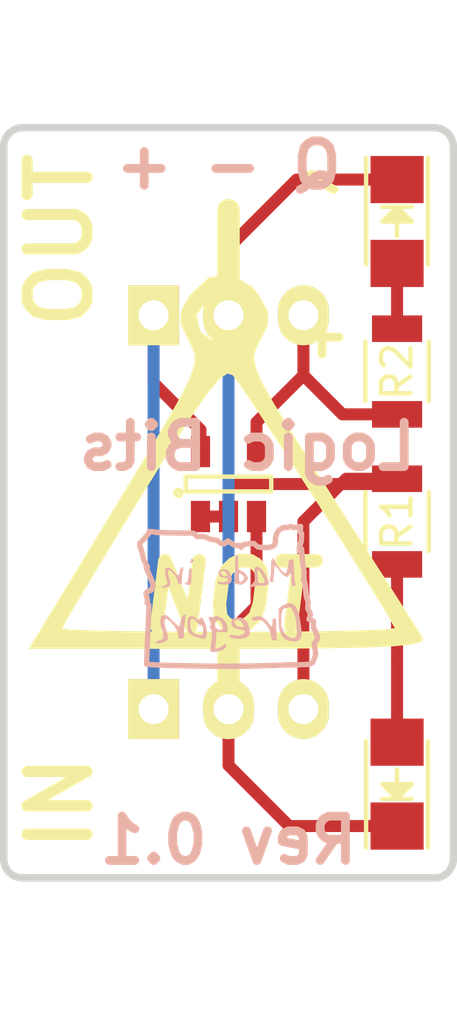
<source format=kicad_pcb>
(kicad_pcb (version 4) (host pcbnew 4.0.4-stable)

  (general
    (links 13)
    (no_connects 0)
    (area 130.954715 79.294999 148.79 114.380001)
    (thickness 1.6)
    (drawings 8)
    (tracks 33)
    (zones 0)
    (modules 10)
    (nets 7)
  )

  (page A4)
  (layers
    (0 F.Cu signal)
    (31 B.Cu signal)
    (32 B.Adhes user)
    (33 F.Adhes user)
    (34 B.Paste user)
    (35 F.Paste user)
    (36 B.SilkS user)
    (37 F.SilkS user)
    (38 B.Mask user)
    (39 F.Mask user)
    (40 Dwgs.User user)
    (41 Cmts.User user)
    (42 Eco1.User user)
    (43 Eco2.User user)
    (44 Edge.Cuts user)
    (45 Margin user)
    (46 B.CrtYd user)
    (47 F.CrtYd user)
    (48 B.Fab user)
    (49 F.Fab user hide)
  )

  (setup
    (last_trace_width 0.4064)
    (user_trace_width 0.254)
    (user_trace_width 0.3048)
    (user_trace_width 0.4064)
    (user_trace_width 0.6096)
    (trace_clearance 0.2)
    (zone_clearance 0.508)
    (zone_45_only no)
    (trace_min 0.2)
    (segment_width 0.2)
    (edge_width 0.1)
    (via_size 0.6)
    (via_drill 0.4)
    (via_min_size 0.4)
    (via_min_drill 0.3)
    (uvia_size 0.3)
    (uvia_drill 0.1)
    (uvias_allowed no)
    (uvia_min_size 0.2)
    (uvia_min_drill 0.1)
    (pcb_text_width 0.3)
    (pcb_text_size 1.5 1.5)
    (mod_edge_width 0.15)
    (mod_text_size 1 1)
    (mod_text_width 0.15)
    (pad_size 2.032 1.7272)
    (pad_drill 1.016)
    (pad_to_mask_clearance 0)
    (aux_axis_origin 0 0)
    (visible_elements 7FFFFFFF)
    (pcbplotparams
      (layerselection 0x010f0_80000001)
      (usegerberextensions false)
      (excludeedgelayer true)
      (linewidth 0.100000)
      (plotframeref false)
      (viasonmask false)
      (mode 1)
      (useauxorigin false)
      (hpglpennumber 1)
      (hpglpenspeed 20)
      (hpglpendiameter 15)
      (hpglpenoverlay 2)
      (psnegative false)
      (psa4output false)
      (plotreference true)
      (plotvalue true)
      (plotinvisibletext false)
      (padsonsilk false)
      (subtractmaskfromsilk false)
      (outputformat 1)
      (mirror false)
      (drillshape 0)
      (scaleselection 1)
      (outputdirectory gerber/))
  )

  (net 0 "")
  (net 1 GND)
  (net 2 "Net-(D1-Pad2)")
  (net 3 +5V)
  (net 4 "Net-(D2-Pad2)")
  (net 5 "Net-(P2-Pad1)")
  (net 6 "Net-(P6-Pad3)")

  (net_class Default "This is the default net class."
    (clearance 0.2)
    (trace_width 0.25)
    (via_dia 0.6)
    (via_drill 0.4)
    (uvia_dia 0.3)
    (uvia_drill 0.1)
    (add_net +5V)
    (add_net GND)
    (add_net "Net-(D1-Pad2)")
    (add_net "Net-(D2-Pad2)")
    (add_net "Net-(P2-Pad1)")
    (add_net "Net-(P6-Pad3)")
  )

  (module myFootPrints:Logic-NOT (layer F.Cu) (tedit 567A7199) (tstamp 567A6B23)
    (at 139.7 95.25 90)
    (fp_text reference G*** (at 0 0 90) (layer F.SilkS) hide
      (effects (font (thickness 0.3)))
    )
    (fp_text value LOGO (at 0.75 0 90) (layer F.SilkS) hide
      (effects (font (thickness 0.3)))
    )
    (fp_line (start -6.096 0) (end -8.636 0) (layer F.SilkS) (width 0.762))
    (fp_line (start 6.35 0) (end 8.636 0) (layer F.SilkS) (width 0.762))
    (fp_poly (pts (xy -1.390776 -3.830052) (xy 0.247284 -2.834838) (xy 1.475933 -2.101415) (xy 2.367687 -1.597723)
      (xy 2.995061 -1.291707) (xy 3.430568 -1.151307) (xy 3.746725 -1.144468) (xy 4.016046 -1.239132)
      (xy 4.218478 -1.350313) (xy 4.817343 -1.636755) (xy 5.268383 -1.597856) (xy 5.750365 -1.31901)
      (xy 6.365218 -0.65661) (xy 6.461869 0.09687) (xy 6.040319 0.80876) (xy 5.750365 1.036788)
      (xy 5.177993 1.348042) (xy 4.717655 1.322337) (xy 4.230534 1.07501) (xy 3.946808 0.92719)
      (xy 3.667941 0.86343) (xy 3.319719 0.917992) (xy 2.827928 1.125139) (xy 2.118355 1.519136)
      (xy 1.116787 2.134246) (xy -0.250988 3.004731) (xy -1.025942 3.501865) (xy -2.454984 4.418586)
      (xy -3.733603 5.237745) (xy -4.780706 5.907475) (xy -5.515198 6.375907) (xy -5.855985 6.591173)
      (xy -5.856111 6.591249) (xy -5.970642 6.550422) (xy -6.059006 6.235717) (xy -6.124038 5.594293)
      (xy -6.168577 4.573306) (xy -6.195461 3.119913) (xy -6.207526 1.181269) (xy -6.208888 0.021401)
      (xy -6.208888 0) (xy -5.644444 0) (xy -5.638313 1.715544) (xy -5.621209 3.221171)
      (xy -5.595063 4.432395) (xy -5.561806 5.26473) (xy -5.523371 5.633688) (xy -5.515389 5.644444)
      (xy -5.24686 5.499996) (xy -4.584086 5.099836) (xy -3.607455 4.493743) (xy -2.39735 3.731497)
      (xy -1.352611 3.066642) (xy 0.008858 2.190405) (xy 1.219974 1.399342) (xy 2.193156 0.75157)
      (xy 2.840823 0.305207) (xy 3.057598 0.140076) (xy 3.107804 -0.021632) (xy 4.12071 -0.021632)
      (xy 4.407762 0.416333) (xy 4.981221 0.759164) (xy 5.49398 0.547175) (xy 5.749027 0.218525)
      (xy 5.86032 -0.340031) (xy 5.664078 -0.681899) (xy 5.083319 -1.091125) (xy 4.536038 -0.956005)
      (xy 4.243823 -0.584044) (xy 4.12071 -0.021632) (xy 3.107804 -0.021632) (xy 3.112268 -0.036009)
      (xy 2.930624 -0.302086) (xy 2.460966 -0.697293) (xy 1.651592 -1.260769) (xy 0.450802 -2.031653)
      (xy -0.99335 -2.926566) (xy -2.401313 -3.787326) (xy -3.63672 -4.53584) (xy -4.62215 -5.125752)
      (xy -5.280182 -5.510708) (xy -5.532615 -5.644445) (xy -5.566604 -5.376306) (xy -5.596434 -4.628216)
      (xy -5.620431 -3.48466) (xy -5.636921 -2.030125) (xy -5.644231 -0.349098) (xy -5.644444 0)
      (xy -6.208888 0) (xy -6.208888 -6.763843) (xy -1.390776 -3.830052)) (layer F.SilkS) (width 0.01))
  )

  (module Pin_Headers:Pin_Header_Angled_1x03 (layer F.Cu) (tedit 56987DA4) (tstamp 566DBE5A)
    (at 142.24 103.505 270)
    (descr "Through hole pin header")
    (tags "pin header")
    (path /566DEE5D)
    (fp_text reference P2 (at 0 -5.1 270) (layer F.Fab) hide
      (effects (font (size 1 1) (thickness 0.15)))
    )
    (fp_text value JMP_IN (at 0 -3.1 270) (layer F.Fab)
      (effects (font (size 1 1) (thickness 0.15)))
    )
    (fp_line (start -1.5 -1.75) (end -1.5 6.85) (layer F.CrtYd) (width 0.05))
    (fp_line (start -1.5 -1.75) (end 10.65 -1.75) (layer F.CrtYd) (width 0.05))
    (fp_line (start -1.5 6.85) (end 10.65 6.85) (layer F.CrtYd) (width 0.05))
    (pad 1 thru_hole oval (at 0 0 270) (size 2.032 1.7272) (drill 1.016) (layers *.Cu *.Mask F.SilkS)
      (net 5 "Net-(P2-Pad1)"))
    (pad 2 thru_hole oval (at 0 2.54 270) (size 2.032 1.7272) (drill 1.016) (layers *.Cu *.Mask F.SilkS)
      (net 1 GND))
    (pad 3 thru_hole rect (at 0 5.08 270) (size 2.032 1.7272) (drill 1.016) (layers *.Cu *.Mask F.SilkS)
      (net 3 +5V))
    (model Socket_Strips.3dshapes/Socket_Strip_Angled_1x03.wrl
      (at (xyz 0 -0.1 0))
      (scale (xyz 1 1 1))
      (rotate (xyz 0 0 90))
    )
  )

  (module Pin_Headers:Pin_Header_Angled_1x03 (layer F.Cu) (tedit 566E19BE) (tstamp 566DBE72)
    (at 137.16 90.17 90)
    (descr "Through hole pin header")
    (tags "pin header")
    (path /566DEFAD)
    (fp_text reference P6 (at 0 -5.1 90) (layer F.Fab) hide
      (effects (font (size 1 1) (thickness 0.15)))
    )
    (fp_text value JMP_OUT (at 0 -3.1 90) (layer F.Fab)
      (effects (font (size 1 1) (thickness 0.15)))
    )
    (fp_line (start -1.5 -1.75) (end -1.5 6.85) (layer F.CrtYd) (width 0.05))
    (fp_line (start -1.5 -1.75) (end 10.65 -1.75) (layer F.CrtYd) (width 0.05))
    (fp_line (start -1.5 6.85) (end 10.65 6.85) (layer F.CrtYd) (width 0.05))
    (pad 1 thru_hole rect (at 0 0 90) (size 2.032 1.7272) (drill 1.016) (layers *.Cu *.Mask F.SilkS)
      (net 3 +5V))
    (pad 2 thru_hole oval (at 0 2.54 90) (size 2.032 1.7272) (drill 1.016) (layers *.Cu *.Mask F.SilkS)
      (net 1 GND))
    (pad 3 thru_hole oval (at 0 5.08 90) (size 2.032 1.7272) (drill 1.016) (layers *.Cu *.Mask F.SilkS)
      (net 6 "Net-(P6-Pad3)"))
    (model Pin_Headers.3dshapes/Pin_Header_Angled_1x03.wrl
      (at (xyz 0 -0.1 0))
      (scale (xyz 1 1 1))
      (rotate (xyz 0 0 90))
    )
  )

  (module myFootPrints:MadeInOregonRev25 (layer F.Cu) (tedit 0) (tstamp 566E1B71)
    (at 139.7 99.695)
    (fp_text reference VAL (at 0 0) (layer F.SilkS) hide
      (effects (font (size 1.143 1.143) (thickness 0.1778)))
    )
    (fp_text value MadeInOregonRev25 (at 0 0) (layer F.SilkS) hide
      (effects (font (size 1.143 1.143) (thickness 0.1778)))
    )
    (fp_poly (pts (xy -3.09626 -1.76022) (xy -3.09626 -1.72212) (xy -3.09372 -1.69672) (xy -3.09118 -1.67386)
      (xy -3.0861 -1.65608) (xy -3.07594 -1.63576) (xy -3.0734 -1.62814) (xy -3.0607 -1.6002)
      (xy -3.05054 -1.5748) (xy -3.04038 -1.54432) (xy -3.03022 -1.50876) (xy -3.02006 -1.46304)
      (xy -3.00736 -1.4097) (xy -3.00228 -1.39192) (xy -2.98704 -1.31826) (xy -2.96926 -1.2573)
      (xy -2.95402 -1.20396) (xy -2.9337 -1.15824) (xy -2.91338 -1.1176) (xy -2.91338 -1.74752)
      (xy -2.91338 -1.76276) (xy -2.91084 -1.77546) (xy -2.90322 -1.78816) (xy -2.89052 -1.8034)
      (xy -2.86766 -1.82118) (xy -2.8575 -1.83134) (xy -2.82956 -1.8542) (xy -2.80416 -1.8796)
      (xy -2.78638 -1.90246) (xy -2.77876 -1.91008) (xy -2.76606 -1.92786) (xy -2.74574 -1.95326)
      (xy -2.72034 -1.98374) (xy -2.69494 -2.01422) (xy -2.6924 -2.01676) (xy -2.66954 -2.0447)
      (xy -2.64922 -2.0701) (xy -2.63652 -2.08788) (xy -2.6289 -2.09804) (xy -2.6289 -2.10058)
      (xy -2.62382 -2.10566) (xy -2.60604 -2.10566) (xy -2.58064 -2.10566) (xy -2.55016 -2.10058)
      (xy -2.51968 -2.0955) (xy -2.50952 -2.09296) (xy -2.49682 -2.09042) (xy -2.48412 -2.08534)
      (xy -2.46888 -2.08534) (xy -2.4511 -2.0828) (xy -2.4257 -2.08026) (xy -2.39268 -2.07772)
      (xy -2.35458 -2.07772) (xy -2.30632 -2.07518) (xy -2.2479 -2.07518) (xy -2.17678 -2.07264)
      (xy -2.09296 -2.0701) (xy -2.03962 -2.0701) (xy -1.95326 -2.06756) (xy -1.8669 -2.06756)
      (xy -1.78054 -2.06502) (xy -1.69672 -2.06502) (xy -1.61798 -2.06248) (xy -1.54686 -2.06248)
      (xy -1.48336 -2.06248) (xy -1.4351 -2.06248) (xy -1.4224 -2.06248) (xy -1.22936 -2.06248)
      (xy -1.1684 -2.00152) (xy -1.10744 -1.9431) (xy -1.0668 -1.9431) (xy -1.03886 -1.9431)
      (xy -1.0033 -1.94564) (xy -0.97536 -1.95072) (xy -0.94234 -1.95326) (xy -0.91186 -1.95072)
      (xy -0.87884 -1.94564) (xy -0.8382 -1.93548) (xy -0.79248 -1.9177) (xy -0.7366 -1.89484)
      (xy -0.72136 -1.88976) (xy -0.67818 -1.86944) (xy -0.64516 -1.85674) (xy -0.61722 -1.84912)
      (xy -0.59182 -1.84404) (xy -0.56388 -1.83896) (xy -0.5461 -1.83642) (xy -0.50038 -1.83134)
      (xy -0.46482 -1.82626) (xy -0.43688 -1.81864) (xy -0.41656 -1.80848) (xy -0.39624 -1.79578)
      (xy -0.37592 -1.77546) (xy -0.37338 -1.77292) (xy -0.35052 -1.7526) (xy -0.32512 -1.73482)
      (xy -0.30734 -1.72212) (xy -0.30734 -1.72212) (xy -0.28702 -1.71704) (xy -0.25654 -1.71196)
      (xy -0.22098 -1.70434) (xy -0.18288 -1.7018) (xy -0.14986 -1.69672) (xy -0.12446 -1.69672)
      (xy -0.10922 -1.69926) (xy -0.09652 -1.70688) (xy -0.07366 -1.71958) (xy -0.05334 -1.73736)
      (xy -0.03048 -1.75768) (xy -0.01524 -1.7653) (xy -0.00508 -1.76784) (xy 0 -1.7653)
      (xy 0.01016 -1.75768) (xy 0.03048 -1.74498) (xy 0.05842 -1.7272) (xy 0.0889 -1.70688)
      (xy 0.09652 -1.7018) (xy 0.18288 -1.64846) (xy 0.25908 -1.64592) (xy 0.29464 -1.64338)
      (xy 0.3175 -1.64084) (xy 0.3302 -1.6383) (xy 0.34036 -1.63322) (xy 0.34544 -1.6256)
      (xy 0.34798 -1.62052) (xy 0.3683 -1.59766) (xy 0.39624 -1.58242) (xy 0.42672 -1.5748)
      (xy 0.4318 -1.5748) (xy 0.45974 -1.58242) (xy 0.48768 -1.6002) (xy 0.51562 -1.63068)
      (xy 0.52578 -1.64338) (xy 0.53848 -1.65608) (xy 0.5461 -1.66624) (xy 0.55626 -1.67386)
      (xy 0.56896 -1.68148) (xy 0.58928 -1.68402) (xy 0.61468 -1.6891) (xy 0.65278 -1.69418)
      (xy 0.70104 -1.69672) (xy 0.71628 -1.69926) (xy 0.8255 -1.70942) (xy 0.85598 -1.68148)
      (xy 0.89154 -1.64846) (xy 0.9271 -1.62306) (xy 0.95758 -1.60274) (xy 0.96774 -1.59766)
      (xy 0.9906 -1.59258) (xy 1.02362 -1.5875) (xy 1.0668 -1.58242) (xy 1.11252 -1.57734)
      (xy 1.16332 -1.57226) (xy 1.21158 -1.56972) (xy 1.2573 -1.56972) (xy 1.25984 -1.56972)
      (xy 1.3081 -1.56972) (xy 1.35128 -1.5748) (xy 1.39446 -1.57988) (xy 1.44272 -1.59004)
      (xy 1.48844 -1.6002) (xy 1.52146 -1.61036) (xy 1.54686 -1.62306) (xy 1.56972 -1.63576)
      (xy 1.59258 -1.65608) (xy 1.61798 -1.68148) (xy 1.63576 -1.7018) (xy 1.651 -1.72212)
      (xy 1.65862 -1.74498) (xy 1.66624 -1.77292) (xy 1.67386 -1.80848) (xy 1.6764 -1.85166)
      (xy 1.68148 -1.90246) (xy 1.6891 -1.9812) (xy 1.7018 -2.04978) (xy 1.72212 -2.10566)
      (xy 1.74752 -2.15138) (xy 1.75006 -2.15646) (xy 1.77546 -2.18186) (xy 1.81356 -2.2098)
      (xy 1.82626 -2.21742) (xy 1.8542 -2.23012) (xy 1.87706 -2.24028) (xy 1.89484 -2.24282)
      (xy 1.9177 -2.24282) (xy 1.92024 -2.24282) (xy 1.95834 -2.24282) (xy 2.00152 -2.25044)
      (xy 2.032 -2.25806) (xy 2.0701 -2.27076) (xy 2.09804 -2.27584) (xy 2.11582 -2.27838)
      (xy 2.13106 -2.2733) (xy 2.1463 -2.26822) (xy 2.15392 -2.26314) (xy 2.1844 -2.2479)
      (xy 2.22758 -2.24282) (xy 2.27584 -2.2479) (xy 2.29108 -2.25298) (xy 2.31394 -2.25806)
      (xy 2.33426 -2.26314) (xy 2.34188 -2.26314) (xy 2.34188 -2.25806) (xy 2.34442 -2.23774)
      (xy 2.34442 -2.21488) (xy 2.34442 -2.21234) (xy 2.34442 -2.1844) (xy 2.34696 -2.16408)
      (xy 2.35204 -2.1463) (xy 2.36474 -2.12852) (xy 2.3876 -2.0955) (xy 2.37998 -1.97612)
      (xy 2.37744 -1.9304) (xy 2.37236 -1.89738) (xy 2.36982 -1.87198) (xy 2.36474 -1.8542)
      (xy 2.35966 -1.83896) (xy 2.35204 -1.82372) (xy 2.34696 -1.8161) (xy 2.33172 -1.78562)
      (xy 2.3241 -1.75768) (xy 2.3241 -1.73736) (xy 2.32156 -1.70942) (xy 2.31902 -1.68656)
      (xy 2.31648 -1.67894) (xy 2.31394 -1.66116) (xy 2.30886 -1.63576) (xy 2.30886 -1.60274)
      (xy 2.30886 -1.59004) (xy 2.30886 -1.55702) (xy 2.30886 -1.5367) (xy 2.31394 -1.52146)
      (xy 2.32156 -1.5113) (xy 2.33172 -1.4986) (xy 2.33426 -1.49606) (xy 2.35458 -1.48082)
      (xy 2.3749 -1.4732) (xy 2.37744 -1.47066) (xy 2.3876 -1.47066) (xy 2.39268 -1.46558)
      (xy 2.39776 -1.45034) (xy 2.4003 -1.42494) (xy 2.40284 -1.39192) (xy 2.40538 -1.35382)
      (xy 2.40538 -1.33096) (xy 2.40792 -1.28778) (xy 2.413 -1.2319) (xy 2.42062 -1.16078)
      (xy 2.43332 -1.07442) (xy 2.4511 -0.97536) (xy 2.4511 -0.96774) (xy 2.45872 -0.92456)
      (xy 2.4638 -0.88392) (xy 2.46888 -0.85344) (xy 2.47142 -0.83058) (xy 2.47396 -0.82296)
      (xy 2.47396 -0.81026) (xy 2.47142 -0.7874) (xy 2.47142 -0.75692) (xy 2.46888 -0.72644)
      (xy 2.46888 -0.69342) (xy 2.46634 -0.66294) (xy 2.4638 -0.64262) (xy 2.46126 -0.635)
      (xy 2.4511 -0.6096) (xy 2.44856 -0.57912) (xy 2.4511 -0.54864) (xy 2.46126 -0.52324)
      (xy 2.4765 -0.51054) (xy 2.48412 -0.49784) (xy 2.49174 -0.47244) (xy 2.5019 -0.4318)
      (xy 2.50952 -0.37592) (xy 2.51968 -0.30734) (xy 2.5273 -0.2286) (xy 2.53238 -0.16764)
      (xy 2.53746 -0.1143) (xy 2.54254 -0.0635) (xy 2.54762 -0.02032) (xy 2.5527 0.01524)
      (xy 2.55524 0.04064) (xy 2.55778 0.05334) (xy 2.56794 0.07366) (xy 2.5781 0.1016)
      (xy 2.58826 0.127) (xy 2.59588 0.14732) (xy 2.6035 0.16256) (xy 2.60604 0.18034)
      (xy 2.60858 0.20066) (xy 2.60858 0.22606) (xy 2.60604 0.25908) (xy 2.6035 0.3048)
      (xy 2.6035 0.32512) (xy 2.60096 0.37084) (xy 2.60096 0.4064) (xy 2.60604 0.43434)
      (xy 2.61366 0.45974) (xy 2.62636 0.48768) (xy 2.64668 0.5207) (xy 2.66446 0.5588)
      (xy 2.67462 0.58674) (xy 2.6797 0.61468) (xy 2.67462 0.64262) (xy 2.66446 0.68072)
      (xy 2.65938 0.69088) (xy 2.64668 0.72898) (xy 2.63906 0.75946) (xy 2.63906 0.77978)
      (xy 2.6416 0.79756) (xy 2.64922 0.8128) (xy 2.64922 0.81534) (xy 2.66446 0.83058)
      (xy 2.68986 0.84836) (xy 2.72034 0.86614) (xy 2.75336 0.87884) (xy 2.77368 0.88646)
      (xy 2.794 0.89154) (xy 2.794 0.98044) (xy 2.794 1.07188) (xy 2.82448 1.13538)
      (xy 2.8575 1.20396) (xy 2.8829 1.26238) (xy 2.90322 1.31064) (xy 2.91592 1.3462)
      (xy 2.921 1.36652) (xy 2.92354 1.3843) (xy 2.92354 1.39954) (xy 2.91592 1.41478)
      (xy 2.90068 1.4351) (xy 2.90068 1.43764) (xy 2.87274 1.47828) (xy 2.84988 1.51638)
      (xy 2.8321 1.5621) (xy 2.82448 1.59004) (xy 2.80924 1.64338) (xy 2.8321 1.74244)
      (xy 2.84734 1.80848) (xy 2.85496 1.86182) (xy 2.86004 1.90754) (xy 2.86004 1.94818)
      (xy 2.85242 1.98628) (xy 2.84226 2.02438) (xy 2.84226 2.02438) (xy 2.82702 2.06756)
      (xy 2.81432 2.10566) (xy 2.79908 2.13868) (xy 2.78892 2.16154) (xy 2.77876 2.1717)
      (xy 2.77876 2.17424) (xy 2.7686 2.17678) (xy 2.74828 2.1844) (xy 2.74066 2.18948)
      (xy 2.7178 2.1971) (xy 2.68224 2.20472) (xy 2.63398 2.2098) (xy 2.57302 2.21234)
      (xy 2.49682 2.21488) (xy 2.40792 2.21742) (xy 2.30632 2.21742) (xy 2.29616 2.21742)
      (xy 2.24028 2.21996) (xy 2.17424 2.21996) (xy 2.10058 2.2225) (xy 2.02184 2.2225)
      (xy 1.9431 2.22504) (xy 1.86944 2.23012) (xy 1.84912 2.23012) (xy 1.6129 2.23774)
      (xy 1.38684 2.2479) (xy 1.16332 2.25298) (xy 0.9398 2.25806) (xy 0.71882 2.26314)
      (xy 0.4953 2.26568) (xy 0.26924 2.26822) (xy 0.03556 2.26822) (xy -0.2032 2.26822)
      (xy -0.45466 2.26822) (xy -0.71628 2.26568) (xy -0.84836 2.26314) (xy -1.03378 2.2606)
      (xy -1.20396 2.25806) (xy -1.36144 2.25552) (xy -1.50622 2.25298) (xy -1.64084 2.25044)
      (xy -1.7653 2.2479) (xy -1.88214 2.24536) (xy -1.98882 2.24282) (xy -2.08788 2.23774)
      (xy -2.17932 2.2352) (xy -2.26822 2.23266) (xy -2.35204 2.22758) (xy -2.39776 2.22504)
      (xy -2.46126 2.2225) (xy -2.51968 2.21742) (xy -2.57302 2.21488) (xy -2.61874 2.21234)
      (xy -2.65176 2.2098) (xy -2.67462 2.2098) (xy -2.68732 2.2098) (xy -2.68732 2.2098)
      (xy -2.68732 2.20218) (xy -2.68478 2.17932) (xy -2.68478 2.1463) (xy -2.68224 2.09804)
      (xy -2.6797 2.03962) (xy -2.67716 1.97104) (xy -2.67208 1.8923) (xy -2.66954 1.80594)
      (xy -2.66446 1.70942) (xy -2.65938 1.60782) (xy -2.65684 1.50114) (xy -2.65176 1.38684)
      (xy -2.64414 1.27) (xy -2.64414 1.25476) (xy -2.63906 1.11506) (xy -2.63398 0.98806)
      (xy -2.6289 0.87376) (xy -2.62382 0.77216) (xy -2.61874 0.68326) (xy -2.6162 0.60452)
      (xy -2.61366 0.53848) (xy -2.61112 0.47752) (xy -2.61112 0.42926) (xy -2.61112 0.38608)
      (xy -2.61112 0.35306) (xy -2.61112 0.32258) (xy -2.61112 0.29972) (xy -2.61366 0.28194)
      (xy -2.6162 0.2667) (xy -2.61874 0.25654) (xy -2.62128 0.24638) (xy -2.62636 0.23876)
      (xy -2.63144 0.23368) (xy -2.63652 0.22606) (xy -2.6416 0.21844) (xy -2.6543 0.2032)
      (xy -2.66192 0.18796) (xy -2.66446 0.17272) (xy -2.66192 0.14732) (xy -2.66192 0.13716)
      (xy -2.66192 0.1016) (xy -2.66446 0.06858) (xy -2.67462 0.02794) (xy -2.67462 0.0254)
      (xy -2.68732 -0.01778) (xy -2.69494 -0.04826) (xy -2.69748 -0.07112) (xy -2.69748 -0.08382)
      (xy -2.69494 -0.09398) (xy -2.68732 -0.09906) (xy -2.68732 -0.1016) (xy -2.66954 -0.10668)
      (xy -2.64668 -0.1143) (xy -2.63652 -0.1143) (xy -2.60858 -0.12192) (xy -2.58572 -0.13208)
      (xy -2.5654 -0.14732) (xy -2.54762 -0.17018) (xy -2.52476 -0.20574) (xy -2.50698 -0.2413)
      (xy -2.4638 -0.3302) (xy -2.47142 -0.40894) (xy -2.4765 -0.43942) (xy -2.48158 -0.46736)
      (xy -2.4892 -0.49276) (xy -2.49682 -0.5207) (xy -2.50952 -0.55626) (xy -2.52984 -0.59944)
      (xy -2.53492 -0.61214) (xy -2.55524 -0.66294) (xy -2.5781 -0.71374) (xy -2.60096 -0.76708)
      (xy -2.62128 -0.8128) (xy -2.63144 -0.83058) (xy -2.64668 -0.86868) (xy -2.65938 -0.89662)
      (xy -2.667 -0.91694) (xy -2.66954 -0.92964) (xy -2.667 -0.9398) (xy -2.667 -0.94996)
      (xy -2.65938 -0.97536) (xy -2.65938 -1.00584) (xy -2.66954 -1.03886) (xy -2.68732 -1.0795)
      (xy -2.71272 -1.12776) (xy -2.71526 -1.1303) (xy -2.73812 -1.17094) (xy -2.75844 -1.2065)
      (xy -2.77368 -1.23698) (xy -2.78384 -1.26746) (xy -2.79654 -1.30048) (xy -2.8067 -1.34112)
      (xy -2.81686 -1.38684) (xy -2.82702 -1.43256) (xy -2.84226 -1.49606) (xy -2.85496 -1.54686)
      (xy -2.86512 -1.5875) (xy -2.87528 -1.62052) (xy -2.88544 -1.64846) (xy -2.89306 -1.67132)
      (xy -2.90068 -1.68148) (xy -2.9083 -1.70942) (xy -2.91338 -1.7399) (xy -2.91338 -1.74752)
      (xy -2.91338 -1.1176) (xy -2.91084 -1.11506) (xy -2.90576 -1.09982) (xy -2.88798 -1.07188)
      (xy -2.87782 -1.04902) (xy -2.87274 -1.03632) (xy -2.87274 -1.02616) (xy -2.87782 -1.016)
      (xy -2.88036 -0.99822) (xy -2.8829 -0.98044) (xy -2.87782 -0.95758) (xy -2.8702 -0.92964)
      (xy -2.85496 -0.89408) (xy -2.83464 -0.84582) (xy -2.8194 -0.81534) (xy -2.78384 -0.73406)
      (xy -2.74828 -0.65786) (xy -2.72034 -0.58928) (xy -2.69494 -0.52832) (xy -2.67462 -0.47752)
      (xy -2.66192 -0.43688) (xy -2.6543 -0.40894) (xy -2.6543 -0.4064) (xy -2.64922 -0.37846)
      (xy -2.65176 -0.36068) (xy -2.65684 -0.34036) (xy -2.66446 -0.32766) (xy -2.67462 -0.30734)
      (xy -2.68732 -0.29464) (xy -2.70256 -0.28702) (xy -2.72542 -0.28194) (xy -2.73812 -0.2794)
      (xy -2.75336 -0.27686) (xy -2.77114 -0.2667) (xy -2.78892 -0.25146) (xy -2.81686 -0.22606)
      (xy -2.82448 -0.2159) (xy -2.84988 -0.1905) (xy -2.86766 -0.17272) (xy -2.87782 -0.16002)
      (xy -2.8829 -0.14732) (xy -2.8829 -0.13208) (xy -2.8829 -0.12192) (xy -2.88036 -0.06858)
      (xy -2.86766 -0.00762) (xy -2.85242 0.05588) (xy -2.8448 0.08382) (xy -2.84226 0.10668)
      (xy -2.84226 0.12954) (xy -2.8448 0.16002) (xy -2.84734 0.1651) (xy -2.84988 0.19812)
      (xy -2.84988 0.22606) (xy -2.84226 0.24892) (xy -2.82448 0.27686) (xy -2.8067 0.29972)
      (xy -2.78384 0.32766) (xy -2.82702 1.3081) (xy -2.8321 1.42748) (xy -2.83718 1.54432)
      (xy -2.84226 1.65608) (xy -2.84734 1.76276) (xy -2.84988 1.86182) (xy -2.85496 1.95326)
      (xy -2.8575 2.03708) (xy -2.86004 2.11074) (xy -2.86258 2.17424) (xy -2.86512 2.22758)
      (xy -2.86512 2.26822) (xy -2.86512 2.29616) (xy -2.86512 2.3114) (xy -2.86512 2.3114)
      (xy -2.85496 2.3368) (xy -2.83464 2.35966) (xy -2.81178 2.3749) (xy -2.8067 2.37744)
      (xy -2.794 2.37998) (xy -2.76606 2.38252) (xy -2.72796 2.38506) (xy -2.6797 2.39014)
      (xy -2.62128 2.39268) (xy -2.55778 2.39776) (xy -2.48412 2.4003) (xy -2.40792 2.40538)
      (xy -2.32664 2.40792) (xy -2.24536 2.413) (xy -2.16154 2.41554) (xy -2.08026 2.41808)
      (xy -1.99898 2.42062) (xy -1.92278 2.42316) (xy -1.85166 2.4257) (xy -1.80848 2.42824)
      (xy -1.74752 2.42824) (xy -1.67386 2.43078) (xy -1.59004 2.43078) (xy -1.4986 2.43332)
      (xy -1.397 2.43586) (xy -1.29032 2.43586) (xy -1.1811 2.4384) (xy -1.0668 2.4384)
      (xy -0.95504 2.44094) (xy -0.84582 2.44348) (xy -0.80264 2.44348) (xy -0.70104 2.44348)
      (xy -0.59944 2.44602) (xy -0.50038 2.44602) (xy -0.40386 2.44856) (xy -0.31496 2.44856)
      (xy -0.23114 2.44856) (xy -0.15748 2.4511) (xy -0.09398 2.4511) (xy -0.04064 2.4511)
      (xy 0 2.4511) (xy 0.02286 2.4511) (xy 0.05842 2.4511) (xy 0.10922 2.4511)
      (xy 0.17018 2.4511) (xy 0.2413 2.4511) (xy 0.3175 2.4511) (xy 0.39878 2.44856)
      (xy 0.4826 2.44856) (xy 0.56642 2.44602) (xy 0.60198 2.44602) (xy 0.75692 2.44348)
      (xy 0.90678 2.4384) (xy 1.0541 2.43586) (xy 1.1938 2.43078) (xy 1.32588 2.42824)
      (xy 1.45034 2.42316) (xy 1.56464 2.42062) (xy 1.66624 2.41808) (xy 1.7526 2.413)
      (xy 1.77038 2.413) (xy 1.82626 2.41046) (xy 1.8923 2.40792) (xy 1.96342 2.40792)
      (xy 2.03454 2.40538) (xy 2.10312 2.40538) (xy 2.12852 2.40538) (xy 2.19456 2.40538)
      (xy 2.26822 2.40284) (xy 2.3495 2.40284) (xy 2.42824 2.39776) (xy 2.50444 2.39522)
      (xy 2.54254 2.39522) (xy 2.75844 2.38252) (xy 2.82956 2.3495) (xy 2.86258 2.33172)
      (xy 2.88798 2.31902) (xy 2.90576 2.30632) (xy 2.91084 2.30124) (xy 2.92608 2.28092)
      (xy 2.94132 2.25044) (xy 2.96164 2.2098) (xy 2.97942 2.16662) (xy 2.9972 2.12344)
      (xy 3.01244 2.08534) (xy 3.02514 2.0447) (xy 3.03276 2.01168) (xy 3.03784 1.98628)
      (xy 3.04038 1.9558) (xy 3.04038 1.93548) (xy 3.0353 1.86182) (xy 3.0226 1.778)
      (xy 3.00736 1.70434) (xy 2.99974 1.66878) (xy 2.99974 1.64084) (xy 3.00736 1.61036)
      (xy 3.0226 1.57734) (xy 3.04546 1.53924) (xy 3.0607 1.52146) (xy 3.08356 1.4859)
      (xy 3.0988 1.4605) (xy 3.10642 1.4351) (xy 3.10896 1.4097) (xy 3.10642 1.37668)
      (xy 3.0988 1.33858) (xy 3.09118 1.3081) (xy 3.07848 1.26746) (xy 3.0607 1.22174)
      (xy 3.04038 1.1684) (xy 3.01498 1.1176) (xy 2.99466 1.07442) (xy 2.98704 1.05664)
      (xy 2.97942 1.0414) (xy 2.97688 1.02362) (xy 2.97434 1.0033) (xy 2.97434 0.97282)
      (xy 2.97434 0.93218) (xy 2.97434 0.9271) (xy 2.9718 0.87884) (xy 2.96926 0.8382)
      (xy 2.96418 0.81026) (xy 2.95148 0.7874) (xy 2.9337 0.76708) (xy 2.90576 0.7493)
      (xy 2.86766 0.72898) (xy 2.84734 0.71882) (xy 2.84734 0.7112) (xy 2.84988 0.69342)
      (xy 2.85496 0.66802) (xy 2.8575 0.6604) (xy 2.86258 0.61468) (xy 2.86258 0.5842)
      (xy 2.86258 0.57658) (xy 2.84988 0.5334) (xy 2.82956 0.48768) (xy 2.8067 0.44196)
      (xy 2.79908 0.42926) (xy 2.79146 0.41656) (xy 2.78638 0.40386) (xy 2.7813 0.38862)
      (xy 2.7813 0.37084) (xy 2.7813 0.34798) (xy 2.7813 0.3175) (xy 2.78638 0.27432)
      (xy 2.79146 0.22098) (xy 2.79146 0.21844) (xy 2.79146 0.19304) (xy 2.79146 0.16764)
      (xy 2.78384 0.1397) (xy 2.77622 0.11176) (xy 2.76352 0.07874) (xy 2.75336 0.04826)
      (xy 2.7432 0.0254) (xy 2.74066 0.02032) (xy 2.73558 0.00762) (xy 2.7305 -0.0127)
      (xy 2.72796 -0.04064) (xy 2.72288 -0.07874) (xy 2.7178 -0.12954) (xy 2.71272 -0.1905)
      (xy 2.7051 -0.25908) (xy 2.69748 -0.32512) (xy 2.68986 -0.38862) (xy 2.6797 -0.44958)
      (xy 2.67208 -0.50292) (xy 2.66446 -0.5461) (xy 2.6543 -0.57658) (xy 2.65176 -0.58674)
      (xy 2.65176 -0.60452) (xy 2.6543 -0.6223) (xy 2.65684 -0.6477) (xy 2.65176 -0.68326)
      (xy 2.65176 -0.68326) (xy 2.64668 -0.71628) (xy 2.64922 -0.75184) (xy 2.65176 -0.76962)
      (xy 2.6543 -0.79248) (xy 2.65684 -0.8128) (xy 2.6543 -0.83566) (xy 2.65176 -0.8636)
      (xy 2.64414 -0.90424) (xy 2.6416 -0.91948) (xy 2.62382 -1.01346) (xy 2.61112 -1.09982)
      (xy 2.60096 -1.1811) (xy 2.59334 -1.26238) (xy 2.58572 -1.35128) (xy 2.58064 -1.42748)
      (xy 2.5781 -1.49352) (xy 2.57302 -1.54432) (xy 2.57048 -1.58496) (xy 2.5654 -1.61544)
      (xy 2.56286 -1.6383) (xy 2.55524 -1.65608) (xy 2.54762 -1.66878) (xy 2.53746 -1.6764)
      (xy 2.52984 -1.68402) (xy 2.51714 -1.69418) (xy 2.51206 -1.70688) (xy 2.5146 -1.72466)
      (xy 2.52222 -1.75006) (xy 2.53238 -1.77546) (xy 2.53238 -1.77546) (xy 2.54 -1.78816)
      (xy 2.54254 -1.79832) (xy 2.54762 -1.81102) (xy 2.55016 -1.8288) (xy 2.5527 -1.85166)
      (xy 2.55524 -1.88214) (xy 2.55778 -1.92532) (xy 2.56286 -1.97866) (xy 2.56286 -2.0066)
      (xy 2.57302 -2.159) (xy 2.54762 -2.18948) (xy 2.52222 -2.21996) (xy 2.52984 -2.29616)
      (xy 2.53238 -2.34442) (xy 2.53238 -2.37998) (xy 2.52984 -2.40538) (xy 2.51968 -2.4257)
      (xy 2.50698 -2.44094) (xy 2.50444 -2.44348) (xy 2.4892 -2.45618) (xy 2.47142 -2.46126)
      (xy 2.44856 -2.4638) (xy 2.42062 -2.4638) (xy 2.38252 -2.45618) (xy 2.33172 -2.44602)
      (xy 2.32664 -2.44348) (xy 2.2352 -2.42316) (xy 2.19964 -2.44348) (xy 2.17424 -2.45618)
      (xy 2.15138 -2.4638) (xy 2.12344 -2.4638) (xy 2.09296 -2.45872) (xy 2.04978 -2.4511)
      (xy 2.0193 -2.44348) (xy 1.98374 -2.43332) (xy 1.9558 -2.4257) (xy 1.93802 -2.42316)
      (xy 1.92024 -2.4257) (xy 1.90754 -2.42824) (xy 1.88722 -2.43078) (xy 1.86944 -2.43078)
      (xy 1.84912 -2.42824) (xy 1.82372 -2.41808) (xy 1.79324 -2.40284) (xy 1.76022 -2.38506)
      (xy 1.71958 -2.3622) (xy 1.6891 -2.34442) (xy 1.66624 -2.32664) (xy 1.64846 -2.3114)
      (xy 1.63068 -2.29362) (xy 1.6129 -2.27076) (xy 1.59258 -2.2479) (xy 1.57734 -2.22504)
      (xy 1.56718 -2.20472) (xy 1.55702 -2.17932) (xy 1.54432 -2.1463) (xy 1.53162 -2.10312)
      (xy 1.52908 -2.09296) (xy 1.51638 -2.0447) (xy 1.50876 -2.00406) (xy 1.50368 -1.96596)
      (xy 1.4986 -1.92278) (xy 1.4986 -1.90754) (xy 1.49606 -1.86182) (xy 1.49352 -1.8288)
      (xy 1.4859 -1.80594) (xy 1.4732 -1.7907) (xy 1.45288 -1.778) (xy 1.4224 -1.77038)
      (xy 1.39446 -1.76276) (xy 1.3335 -1.7526) (xy 1.26238 -1.74752) (xy 1.18364 -1.75006)
      (xy 1.10998 -1.75768) (xy 1.03124 -1.7653) (xy 0.9652 -1.82372) (xy 0.9398 -1.84912)
      (xy 0.9144 -1.8669) (xy 0.89408 -1.88214) (xy 0.88392 -1.88722) (xy 0.86868 -1.88722)
      (xy 0.84328 -1.88722) (xy 0.80518 -1.88722) (xy 0.762 -1.88214) (xy 0.7112 -1.8796)
      (xy 0.6604 -1.87452) (xy 0.6096 -1.86944) (xy 0.56642 -1.86436) (xy 0.52324 -1.85674)
      (xy 0.49276 -1.85166) (xy 0.47244 -1.8415) (xy 0.45974 -1.83642) (xy 0.44958 -1.8288)
      (xy 0.43942 -1.82372) (xy 0.42418 -1.82118) (xy 0.40386 -1.82118) (xy 0.37592 -1.82118)
      (xy 0.33782 -1.82118) (xy 0.23622 -1.82372) (xy 0.13208 -1.8923) (xy 0.09398 -1.9177)
      (xy 0.06096 -1.93802) (xy 0.03302 -1.9558) (xy 0.0127 -1.96596) (xy 0.00508 -1.97104)
      (xy -0.02286 -1.97866) (xy -0.04826 -1.97358) (xy -0.07874 -1.95834) (xy -0.1143 -1.92786)
      (xy -0.11684 -1.92532) (xy -0.1397 -1.905) (xy -0.15748 -1.8923) (xy -0.17272 -1.88468)
      (xy -0.18796 -1.88214) (xy -0.19304 -1.88214) (xy -0.21082 -1.88468) (xy -0.22352 -1.88722)
      (xy -0.2413 -1.89992) (xy -0.26162 -1.9177) (xy -0.27178 -1.92786) (xy -0.30226 -1.95326)
      (xy -0.33528 -1.97358) (xy -0.37338 -1.98882) (xy -0.41656 -1.99898) (xy -0.47244 -2.00914)
      (xy -0.50038 -2.01168) (xy -0.53848 -2.01676) (xy -0.56896 -2.02438) (xy -0.59944 -2.03454)
      (xy -0.635 -2.04724) (xy -0.66548 -2.05994) (xy -0.70866 -2.07772) (xy -0.75692 -2.0955)
      (xy -0.80264 -2.11074) (xy -0.83058 -2.11836) (xy -0.86868 -2.12598) (xy -0.89662 -2.1336)
      (xy -0.91948 -2.1336) (xy -0.94234 -2.1336) (xy -0.97282 -2.13106) (xy -1.03378 -2.12344)
      (xy -1.0922 -2.17678) (xy -1.12776 -2.2098) (xy -1.1557 -2.23012) (xy -1.17348 -2.2352)
      (xy -1.18618 -2.23774) (xy -1.21412 -2.23774) (xy -1.24968 -2.24028) (xy -1.2954 -2.24028)
      (xy -1.3462 -2.24028) (xy -1.40208 -2.24028) (xy -1.40462 -2.24028) (xy -1.48844 -2.24028)
      (xy -1.57734 -2.24282) (xy -1.66878 -2.24282) (xy -1.76022 -2.24282) (xy -1.85166 -2.24536)
      (xy -1.94056 -2.2479) (xy -2.02438 -2.2479) (xy -2.10566 -2.25044) (xy -2.18186 -2.25298)
      (xy -2.25044 -2.25552) (xy -2.30886 -2.25806) (xy -2.35966 -2.2606) (xy -2.39776 -2.26314)
      (xy -2.42316 -2.26568) (xy -2.43586 -2.26822) (xy -2.45364 -2.27076) (xy -2.48666 -2.27584)
      (xy -2.52476 -2.28092) (xy -2.5654 -2.28346) (xy -2.58572 -2.286) (xy -2.63144 -2.28854)
      (xy -2.66446 -2.29108) (xy -2.68732 -2.29108) (xy -2.7051 -2.29108) (xy -2.7178 -2.28854)
      (xy -2.72796 -2.28346) (xy -2.7305 -2.28092) (xy -2.7559 -2.2606) (xy -2.77876 -2.22758)
      (xy -2.78892 -2.19202) (xy -2.79654 -2.17678) (xy -2.81178 -2.15392) (xy -2.8321 -2.13106)
      (xy -2.83718 -2.12344) (xy -2.86258 -2.09296) (xy -2.88544 -2.06502) (xy -2.90576 -2.04216)
      (xy -2.9083 -2.03708) (xy -2.92354 -2.0193) (xy -2.94894 -1.9939) (xy -2.97688 -1.96596)
      (xy -3.00482 -1.93802) (xy -3.03276 -1.91262) (xy -3.05816 -1.88976) (xy -3.07594 -1.87198)
      (xy -3.0861 -1.85928) (xy -3.0861 -1.85928) (xy -3.09118 -1.8415) (xy -3.09626 -1.81102)
      (xy -3.09626 -1.77038) (xy -3.09626 -1.76022) (xy -3.09626 -1.76022)) (layer B.SilkS) (width 0.00254))
    (fp_poly (pts (xy -0.67056 0.70358) (xy -0.67056 0.72136) (xy -0.66802 0.72644) (xy -0.66548 0.74676)
      (xy -0.65532 0.7747) (xy -0.64262 0.80772) (xy -0.63246 0.83312) (xy -0.61468 0.8763)
      (xy -0.60198 0.90932) (xy -0.59436 0.93218) (xy -0.59182 0.94996) (xy -0.5969 0.9652)
      (xy -0.60198 0.9779) (xy -0.61722 0.99568) (xy -0.63246 1.01092) (xy -0.64516 1.02362)
      (xy -0.6477 1.03632) (xy -0.64262 1.05156) (xy -0.62484 1.07188) (xy -0.6223 1.07696)
      (xy -0.59944 1.10236) (xy -0.5842 1.12522) (xy -0.57404 1.14554) (xy -0.56896 1.17348)
      (xy -0.56388 1.2065) (xy -0.56134 1.24968) (xy -0.56134 1.26238) (xy -0.56134 1.31572)
      (xy -0.56134 1.36652) (xy -0.56642 1.41986) (xy -0.5715 1.47828) (xy -0.58166 1.54686)
      (xy -0.59182 1.62306) (xy -0.59944 1.66116) (xy -0.60706 1.71704) (xy -0.61468 1.76022)
      (xy -0.61722 1.79324) (xy -0.61976 1.8161) (xy -0.61722 1.83388) (xy -0.61468 1.84658)
      (xy -0.6096 1.85674) (xy -0.6096 1.85928) (xy -0.60198 1.8669) (xy -0.59436 1.86944)
      (xy -0.58166 1.87198) (xy -0.56134 1.87452) (xy -0.53086 1.87452) (xy -0.51308 1.87452)
      (xy -0.47752 1.87452) (xy -0.45974 1.87198) (xy -0.45974 0.94234) (xy -0.45212 0.89662)
      (xy -0.43688 0.85344) (xy -0.41402 0.81788) (xy -0.40894 0.81026) (xy -0.38354 0.79502)
      (xy -0.35306 0.79248) (xy -0.32258 0.8001) (xy -0.2921 0.81788) (xy -0.26162 0.84582)
      (xy -0.23622 0.87884) (xy -0.21844 0.91948) (xy -0.21336 0.92964) (xy -0.20828 0.9525)
      (xy -0.2032 0.98044) (xy -0.19812 1.01092) (xy -0.19304 1.0414) (xy -0.1905 1.06934)
      (xy -0.18796 1.08712) (xy -0.1905 1.09728) (xy -0.20066 1.09982) (xy -0.22098 1.1049)
      (xy -0.24892 1.10998) (xy -0.2794 1.11252) (xy -0.30734 1.11506) (xy -0.3302 1.1176)
      (xy -0.34036 1.1176) (xy -0.36322 1.10998) (xy -0.38862 1.09474) (xy -0.39878 1.08458)
      (xy -0.4191 1.06172) (xy -0.43688 1.03886) (xy -0.44196 1.02616) (xy -0.4572 0.98806)
      (xy -0.45974 0.94234) (xy -0.45974 1.87198) (xy -0.4445 1.87198) (xy -0.42164 1.87198)
      (xy -0.41148 1.86944) (xy -0.37338 1.86182) (xy -0.3302 1.85166) (xy -0.28448 1.83642)
      (xy -0.24384 1.82372) (xy -0.21336 1.80848) (xy -0.20828 1.80848) (xy -0.17018 1.78562)
      (xy -0.13462 1.75768) (xy -0.10414 1.7272) (xy -0.08382 1.69926) (xy -0.07112 1.67386)
      (xy -0.07112 1.651) (xy -0.07112 1.651) (xy -0.08382 1.63068) (xy -0.10414 1.6129)
      (xy -0.12446 1.60528) (xy -0.12446 1.60528) (xy -0.1397 1.6129) (xy -0.16256 1.62814)
      (xy -0.19558 1.65608) (xy -0.20066 1.65862) (xy -0.24384 1.69672) (xy -0.28702 1.72466)
      (xy -0.3302 1.74498) (xy -0.37084 1.75768) (xy -0.40386 1.76276) (xy -0.4318 1.75514)
      (xy -0.43942 1.75006) (xy -0.44958 1.74244) (xy -0.45212 1.73482) (xy -0.45212 1.71958)
      (xy -0.44704 1.69672) (xy -0.4445 1.69418) (xy -0.44196 1.67386) (xy -0.43688 1.64338)
      (xy -0.4318 1.60274) (xy -0.42926 1.55194) (xy -0.42418 1.4859) (xy -0.4191 1.4097)
      (xy -0.41402 1.31826) (xy -0.41148 1.29286) (xy -0.4064 1.20142) (xy -0.27178 1.20142)
      (xy -0.21336 1.20142) (xy -0.17018 1.20142) (xy -0.13462 1.19888) (xy -0.10668 1.19126)
      (xy -0.08636 1.18364) (xy -0.06858 1.1684) (xy -0.0508 1.15316) (xy -0.04572 1.14808)
      (xy -0.03048 1.12776) (xy -0.0254 1.11506) (xy -0.0254 1.09474) (xy -0.02794 1.08458)
      (xy -0.04318 0.99822) (xy -0.06858 0.92202) (xy -0.1016 0.85598) (xy -0.14224 0.8001)
      (xy -0.1524 0.78994) (xy -0.18796 0.75692) (xy -0.22352 0.73406) (xy -0.26416 0.71374)
      (xy -0.29718 0.70104) (xy -0.3302 0.68834) (xy -0.36322 0.6731) (xy -0.37846 0.66548)
      (xy -0.4191 0.64262) (xy -0.44704 0.66548) (xy -0.4699 0.68326) (xy -0.49022 0.69596)
      (xy -0.51308 0.6985) (xy -0.54102 0.69596) (xy -0.57404 0.69088) (xy -0.60706 0.68326)
      (xy -0.62992 0.68326) (xy -0.64516 0.68326) (xy -0.65532 0.6858) (xy -0.66802 0.69342)
      (xy -0.67056 0.70358) (xy -0.67056 0.70358)) (layer B.SilkS) (width 0.00254))
    (fp_poly (pts (xy -2.47904 1.55448) (xy -2.47142 1.56464) (xy -2.47142 1.56718) (xy -2.45364 1.5748)
      (xy -2.4257 1.57988) (xy -2.39014 1.58242) (xy -2.3495 1.57988) (xy -2.30886 1.57734)
      (xy -2.29108 1.57226) (xy -2.24536 1.5621) (xy -2.1971 1.54686) (xy -2.15392 1.52654)
      (xy -2.11836 1.50622) (xy -2.0955 1.49098) (xy -2.08026 1.47828) (xy -2.07264 1.46558)
      (xy -2.06756 1.44526) (xy -2.06248 1.41986) (xy -2.05994 1.41224) (xy -2.0574 1.35636)
      (xy -2.06248 1.30048) (xy -2.07518 1.23698) (xy -2.09804 1.16586) (xy -2.10312 1.14808)
      (xy -2.13106 1.0668) (xy -2.15138 0.99568) (xy -2.16408 0.93218) (xy -2.16916 0.87376)
      (xy -2.16916 0.86614) (xy -2.16662 0.81788) (xy -2.159 0.77978) (xy -2.1463 0.75692)
      (xy -2.12598 0.74676) (xy -2.10058 0.75184) (xy -2.0955 0.75184) (xy -2.07772 0.76454)
      (xy -2.04978 0.78486) (xy -2.0193 0.81026) (xy -1.98628 0.8382) (xy -1.95326 0.86868)
      (xy -1.92278 0.89662) (xy -1.91516 0.90678) (xy -1.8415 0.99314) (xy -1.78308 1.08458)
      (xy -1.73736 1.17602) (xy -1.70688 1.27) (xy -1.69672 1.3335) (xy -1.69164 1.36398)
      (xy -1.68402 1.39192) (xy -1.6764 1.4097) (xy -1.6764 1.4097) (xy -1.66878 1.41986)
      (xy -1.66116 1.4224) (xy -1.64592 1.42494) (xy -1.62306 1.4224) (xy -1.59258 1.41732)
      (xy -1.55702 1.41224) (xy -1.51892 1.40462) (xy -1.51384 1.32334) (xy -1.5113 1.28016)
      (xy -1.5113 1.22936) (xy -1.50876 1.1811) (xy -1.50876 1.16078) (xy -1.50876 1.11252)
      (xy -1.50622 1.06426) (xy -1.50114 1.016) (xy -1.49606 0.96266) (xy -1.4859 0.89916)
      (xy -1.47574 0.82804) (xy -1.46812 0.78232) (xy -1.4605 0.7366) (xy -1.45542 0.69596)
      (xy -1.45034 0.6604) (xy -1.4478 0.63754) (xy -1.4478 0.62484) (xy -1.4478 0.6223)
      (xy -1.45796 0.61468) (xy -1.47574 0.61214) (xy -1.50114 0.61722) (xy -1.52654 0.62992)
      (xy -1.54686 0.64516) (xy -1.56464 0.66548) (xy -1.57988 0.69342) (xy -1.59512 0.73152)
      (xy -1.61036 0.77978) (xy -1.62306 0.84328) (xy -1.6256 0.84836) (xy -1.6383 0.9017)
      (xy -1.64592 0.94488) (xy -1.65608 0.97536) (xy -1.66116 0.99568) (xy -1.66624 1.00838)
      (xy -1.67132 1.01346) (xy -1.6764 1.016) (xy -1.6764 1.016) (xy -1.68402 1.01092)
      (xy -1.7018 0.99568) (xy -1.7272 0.97536) (xy -1.75768 0.94742) (xy -1.79324 0.9144)
      (xy -1.83134 0.8763) (xy -1.83388 0.87376) (xy -1.89992 0.81026) (xy -1.9558 0.75946)
      (xy -2.00152 0.71628) (xy -2.04216 0.68326) (xy -2.07772 0.65786) (xy -2.10566 0.64008)
      (xy -2.13106 0.62992) (xy -2.15392 0.62484) (xy -2.17678 0.62738) (xy -2.19964 0.63246)
      (xy -2.2225 0.64516) (xy -2.24282 0.65786) (xy -2.26822 0.67564) (xy -2.286 0.69342)
      (xy -2.29616 0.71882) (xy -2.30378 0.7493) (xy -2.30632 0.78994) (xy -2.30886 0.83566)
      (xy -2.30632 0.90424) (xy -2.30124 0.96266) (xy -2.28854 1.01346) (xy -2.27076 1.0668)
      (xy -2.26314 1.08712) (xy -2.24028 1.14808) (xy -2.2225 1.20904) (xy -2.21234 1.26746)
      (xy -2.20472 1.3208) (xy -2.20726 1.36906) (xy -2.21234 1.39954) (xy -2.21996 1.41732)
      (xy -2.23266 1.43256) (xy -2.25298 1.4478) (xy -2.28092 1.4605) (xy -2.31902 1.47574)
      (xy -2.3622 1.49098) (xy -2.39776 1.50368) (xy -2.42824 1.51638) (xy -2.45364 1.52908)
      (xy -2.4638 1.5367) (xy -2.4765 1.54686) (xy -2.47904 1.55448) (xy -2.47904 1.55448)) (layer B.SilkS) (width 0.00254))
    (fp_poly (pts (xy 1.69672 0.45974) (xy 1.69672 0.49784) (xy 1.69672 0.54356) (xy 1.69926 0.59944)
      (xy 1.7018 0.65786) (xy 1.7018 0.72136) (xy 1.70434 0.78486) (xy 1.70688 0.84836)
      (xy 1.70942 0.90678) (xy 1.71196 0.96012) (xy 1.7145 1.0033) (xy 1.71704 1.03886)
      (xy 1.71958 1.05664) (xy 1.7272 1.11252) (xy 1.74244 1.16332) (xy 1.7526 1.19634)
      (xy 1.76784 1.22936) (xy 1.78054 1.26238) (xy 1.78562 1.27762) (xy 1.78562 0.90424)
      (xy 1.78562 0.86614) (xy 1.78816 0.81788) (xy 1.78816 0.77978) (xy 1.7907 0.70358)
      (xy 1.79578 0.63754) (xy 1.80086 0.5842) (xy 1.80848 0.54102) (xy 1.8161 0.50292)
      (xy 1.8288 0.47244) (xy 1.83642 0.4572) (xy 1.85674 0.42418) (xy 1.8796 0.40386)
      (xy 1.91262 0.39116) (xy 1.95326 0.38862) (xy 1.95326 0.38862) (xy 1.9812 0.38862)
      (xy 1.99898 0.38354) (xy 2.01168 0.37592) (xy 2.01676 0.37084) (xy 2.03708 0.35306)
      (xy 2.05994 0.35052) (xy 2.0828 0.36068) (xy 2.11074 0.38354) (xy 2.11836 0.39116)
      (xy 2.15646 0.43942) (xy 2.19202 0.50038) (xy 2.2225 0.57404) (xy 2.25044 0.65532)
      (xy 2.2733 0.74676) (xy 2.286 0.80772) (xy 2.29362 0.86614) (xy 2.30124 0.92964)
      (xy 2.30632 0.99568) (xy 2.3114 1.06172) (xy 2.31394 1.12522) (xy 2.31648 1.18364)
      (xy 2.31648 1.23698) (xy 2.31394 1.28016) (xy 2.30886 1.31064) (xy 2.30886 1.31572)
      (xy 2.29362 1.34874) (xy 2.26822 1.37922) (xy 2.24028 1.39954) (xy 2.22758 1.40208)
      (xy 2.20726 1.40716) (xy 2.19202 1.4097) (xy 2.17424 1.4097) (xy 2.15138 1.40716)
      (xy 2.14376 1.40462) (xy 2.09296 1.38938) (xy 2.03962 1.36398) (xy 1.98882 1.3335)
      (xy 1.94564 1.29794) (xy 1.91008 1.25984) (xy 1.90246 1.24968) (xy 1.88976 1.22682)
      (xy 1.87452 1.1938) (xy 1.85674 1.15316) (xy 1.83896 1.10998) (xy 1.82118 1.0668)
      (xy 1.80594 1.02616) (xy 1.79578 0.99568) (xy 1.79578 0.99314) (xy 1.79324 0.97536)
      (xy 1.78816 0.95504) (xy 1.78816 0.93218) (xy 1.78562 0.90424) (xy 1.78562 1.27762)
      (xy 1.7907 1.29286) (xy 1.79324 1.29794) (xy 1.81356 1.33096) (xy 1.84404 1.36906)
      (xy 1.88468 1.40462) (xy 1.93294 1.44018) (xy 1.94818 1.4478) (xy 1.9685 1.4605)
      (xy 1.98882 1.47066) (xy 2.00914 1.47828) (xy 2.032 1.4859) (xy 2.06248 1.49098)
      (xy 2.10058 1.4986) (xy 2.15138 1.50876) (xy 2.159 1.50876) (xy 2.20726 1.51638)
      (xy 2.24028 1.52146) (xy 2.26822 1.524) (xy 2.28854 1.52146) (xy 2.30632 1.51892)
      (xy 2.3241 1.5113) (xy 2.32918 1.50876) (xy 2.3622 1.48844) (xy 2.39776 1.4605)
      (xy 2.42824 1.42748) (xy 2.4511 1.39446) (xy 2.45364 1.38938) (xy 2.46634 1.36398)
      (xy 2.47396 1.33604) (xy 2.47904 1.3081) (xy 2.48158 1.27254) (xy 2.48158 1.2319)
      (xy 2.47904 1.18364) (xy 2.47396 1.12522) (xy 2.46634 1.05664) (xy 2.45618 0.97536)
      (xy 2.44856 0.92964) (xy 2.43332 0.81788) (xy 2.413 0.71882) (xy 2.39522 0.62992)
      (xy 2.3749 0.55626) (xy 2.35458 0.49022) (xy 2.32918 0.43434) (xy 2.30378 0.38354)
      (xy 2.27584 0.3429) (xy 2.25044 0.31242) (xy 2.20472 0.27178) (xy 2.15392 0.24384)
      (xy 2.09804 0.2286) (xy 2.0447 0.22352) (xy 2.01676 0.22606) (xy 1.99898 0.23114)
      (xy 1.9812 0.2413) (xy 1.9812 0.24384) (xy 1.9558 0.25908) (xy 1.92024 0.2667)
      (xy 1.91262 0.26924) (xy 1.87706 0.27432) (xy 1.84404 0.28956) (xy 1.81102 0.31242)
      (xy 1.77292 0.34544) (xy 1.75006 0.3683) (xy 1.72466 0.3937) (xy 1.70942 0.41148)
      (xy 1.7018 0.42672) (xy 1.69672 0.43942) (xy 1.69672 0.45466) (xy 1.69672 0.45974)
      (xy 1.69672 0.45974)) (layer B.SilkS) (width 0.00254))
    (fp_poly (pts (xy 0.77978 0.74168) (xy 0.7874 0.75946) (xy 0.8001 0.7747) (xy 0.83566 0.80264)
      (xy 0.87376 0.81788) (xy 0.91948 0.82042) (xy 0.97028 0.81026) (xy 0.98298 0.80772)
      (xy 1.0287 0.79502) (xy 1.07188 0.79248) (xy 1.10998 0.80264) (xy 1.15062 0.8255)
      (xy 1.1938 0.86106) (xy 1.22428 0.889) (xy 1.28778 0.96266) (xy 1.33858 1.03378)
      (xy 1.37922 1.10998) (xy 1.4097 1.18872) (xy 1.43256 1.27762) (xy 1.44526 1.34366)
      (xy 1.45288 1.39446) (xy 1.4605 1.43002) (xy 1.46812 1.45542) (xy 1.47574 1.46812)
      (xy 1.48336 1.4732) (xy 1.49352 1.47574) (xy 1.51638 1.47828) (xy 1.54686 1.48336)
      (xy 1.56464 1.48336) (xy 1.6383 1.48844) (xy 1.63322 1.45034) (xy 1.63068 1.4351)
      (xy 1.63068 1.40462) (xy 1.62814 1.36398) (xy 1.6256 1.31572) (xy 1.6256 1.2573)
      (xy 1.62306 1.19634) (xy 1.62052 1.1303) (xy 1.62052 1.10998) (xy 1.62052 1.04394)
      (xy 1.61798 0.98044) (xy 1.61544 0.92456) (xy 1.6129 0.87376) (xy 1.61036 0.83312)
      (xy 1.61036 0.80264) (xy 1.60782 0.78486) (xy 1.60782 0.78232) (xy 1.59512 0.7493)
      (xy 1.57734 0.73152) (xy 1.55702 0.72644) (xy 1.5367 0.73406) (xy 1.52146 0.74422)
      (xy 1.50114 0.76962) (xy 1.49098 0.79502) (xy 1.48844 0.82296) (xy 1.49098 0.84582)
      (xy 1.49098 0.87122) (xy 1.49098 0.9017) (xy 1.48844 0.93218) (xy 1.4859 0.9652)
      (xy 1.48082 0.9906) (xy 1.47574 1.00838) (xy 1.47066 1.016) (xy 1.45796 1.01092)
      (xy 1.44018 0.99568) (xy 1.41986 0.97536) (xy 1.39446 0.94996) (xy 1.37414 0.92456)
      (xy 1.35382 0.89916) (xy 1.34112 0.88138) (xy 1.34112 0.87884) (xy 1.31826 0.84074)
      (xy 1.28778 0.80264) (xy 1.24714 0.76454) (xy 1.20142 0.72898) (xy 1.1557 0.6985)
      (xy 1.11252 0.67818) (xy 1.1049 0.67564) (xy 1.06426 0.66802) (xy 1.016 0.66548)
      (xy 0.96012 0.67056) (xy 0.9017 0.68072) (xy 0.87884 0.68834) (xy 0.83312 0.70104)
      (xy 0.80264 0.71374) (xy 0.78486 0.72644) (xy 0.77978 0.74168) (xy 0.77978 0.74168)) (layer B.SilkS) (width 0.00254))
    (fp_poly (pts (xy 0.0381 1.34112) (xy 0.0381 1.35636) (xy 0.04572 1.36652) (xy 0.0635 1.37922)
      (xy 0.06604 1.38176) (xy 0.1016 1.39446) (xy 0.14732 1.40716) (xy 0.20066 1.41732)
      (xy 0.25908 1.42494) (xy 0.32004 1.43002) (xy 0.381 1.43256) (xy 0.43688 1.43002)
      (xy 0.4826 1.42494) (xy 0.49784 1.4224) (xy 0.55626 1.40462) (xy 0.6096 1.37922)
      (xy 0.65532 1.34874) (xy 0.68834 1.31572) (xy 0.70358 1.29032) (xy 0.7112 1.26746)
      (xy 0.71374 1.23444) (xy 0.71628 1.20142) (xy 0.71882 1.16332) (xy 0.71628 1.12522)
      (xy 0.71374 1.0922) (xy 0.70866 1.0668) (xy 0.70104 1.04902) (xy 0.69342 1.04648)
      (xy 0.68834 1.03886) (xy 0.68072 1.02362) (xy 0.67564 1.00076) (xy 0.6731 0.98044)
      (xy 0.6731 0.97028) (xy 0.66802 0.94996) (xy 0.65786 0.91948) (xy 0.64008 0.889)
      (xy 0.6223 0.85598) (xy 0.60198 0.83058) (xy 0.59944 0.83058) (xy 0.57658 0.80772)
      (xy 0.5461 0.78232) (xy 0.508 0.75692) (xy 0.47244 0.73406) (xy 0.43942 0.71882)
      (xy 0.42672 0.71374) (xy 0.4064 0.7112) (xy 0.37846 0.7112) (xy 0.3429 0.7112)
      (xy 0.32004 0.71374) (xy 0.2667 0.71628) (xy 0.22606 0.72136) (xy 0.19558 0.72644)
      (xy 0.17272 0.7366) (xy 0.15494 0.74676) (xy 0.14732 0.75438) (xy 0.11938 0.78486)
      (xy 0.10414 0.82042) (xy 0.09906 0.8636) (xy 0.09906 0.88392) (xy 0.10668 0.94488)
      (xy 0.127 0.99314) (xy 0.15748 1.03124) (xy 0.19558 1.06172) (xy 0.19558 0.85598)
      (xy 0.20828 0.83312) (xy 0.23114 0.8128) (xy 0.26162 0.8001) (xy 0.29718 0.79248)
      (xy 0.33782 0.79502) (xy 0.35306 0.8001) (xy 0.38608 0.81534) (xy 0.4191 0.84328)
      (xy 0.45212 0.87884) (xy 0.4826 0.92202) (xy 0.50546 0.96774) (xy 0.508 0.9779)
      (xy 0.51562 1.0033) (xy 0.51816 1.02108) (xy 0.51308 1.03378) (xy 0.50038 1.0414)
      (xy 0.47498 1.0414) (xy 0.43942 1.03632) (xy 0.39116 1.02616) (xy 0.3683 1.02362)
      (xy 0.33528 1.01346) (xy 0.3048 1.0033) (xy 0.28194 0.99568) (xy 0.27432 0.9906)
      (xy 0.254 0.97282) (xy 0.23368 0.94742) (xy 0.21336 0.91948) (xy 0.20066 0.89408)
      (xy 0.19812 0.88392) (xy 0.19558 0.85598) (xy 0.19558 1.06172) (xy 0.19812 1.06172)
      (xy 0.2286 1.07442) (xy 0.24892 1.08204) (xy 0.26924 1.08966) (xy 0.28956 1.09474)
      (xy 0.3175 1.09982) (xy 0.35306 1.10744) (xy 0.39878 1.11506) (xy 0.41656 1.1176)
      (xy 0.4699 1.12776) (xy 0.51054 1.13792) (xy 0.53848 1.15316) (xy 0.55372 1.1684)
      (xy 0.55626 1.18872) (xy 0.54864 1.21158) (xy 0.54864 1.21412) (xy 0.52578 1.2446)
      (xy 0.49022 1.27254) (xy 0.4445 1.29794) (xy 0.39624 1.31318) (xy 0.34036 1.3208)
      (xy 0.27686 1.3208) (xy 0.2032 1.31064) (xy 0.18796 1.3081) (xy 0.14986 1.30048)
      (xy 0.12446 1.2954) (xy 0.10668 1.2954) (xy 0.09398 1.2954) (xy 0.08128 1.29794)
      (xy 0.06858 1.30556) (xy 0.0508 1.31572) (xy 0.04064 1.33096) (xy 0.0381 1.34112)
      (xy 0.0381 1.34112)) (layer B.SilkS) (width 0.00254))
    (fp_poly (pts (xy -1.38938 0.9398) (xy -1.38684 0.9906) (xy -1.38684 1.03886) (xy -1.3843 1.08458)
      (xy -1.38176 1.12522) (xy -1.37668 1.1557) (xy -1.37414 1.1684) (xy -1.36144 1.19634)
      (xy -1.33096 1.2319) (xy -1.31826 1.2446) (xy -1.29794 1.26238) (xy -1.29794 0.9017)
      (xy -1.29794 0.85598) (xy -1.2954 0.82042) (xy -1.29286 0.81788) (xy -1.28016 0.78994)
      (xy -1.26238 0.76708) (xy -1.23952 0.75184) (xy -1.22174 0.74676) (xy -1.2065 0.75184)
      (xy -1.18618 0.762) (xy -1.16078 0.77978) (xy -1.16078 0.77978) (xy -1.13792 0.8001)
      (xy -1.10998 0.82296) (xy -1.08204 0.8509) (xy -1.05156 0.87884) (xy -1.02616 0.90678)
      (xy -1.00584 0.92964) (xy -0.9906 0.94996) (xy -0.98552 0.96012) (xy -0.98298 0.97028)
      (xy -0.96774 0.9779) (xy -0.94234 0.98044) (xy -0.92456 0.98044) (xy -0.88646 0.98298)
      (xy -0.8763 1.016) (xy -0.87122 1.03632) (xy -0.86614 1.06934) (xy -0.86106 1.1049)
      (xy -0.85852 1.12268) (xy -0.85598 1.17348) (xy -0.85598 1.2192) (xy -0.86106 1.25476)
      (xy -0.86868 1.2827) (xy -0.87884 1.29286) (xy -0.9017 1.30556) (xy -0.93218 1.31064)
      (xy -0.97536 1.3081) (xy -1.02616 1.29794) (xy -1.06934 1.28778) (xy -1.12522 1.26746)
      (xy -1.1684 1.24714) (xy -1.20396 1.2192) (xy -1.22936 1.18618) (xy -1.25222 1.14554)
      (xy -1.26492 1.10744) (xy -1.27762 1.05918) (xy -1.28778 1.00584) (xy -1.2954 0.9525)
      (xy -1.29794 0.9017) (xy -1.29794 1.26238) (xy -1.27508 1.2827) (xy -1.22174 1.31572)
      (xy -1.15824 1.3462) (xy -1.08458 1.3716) (xy -0.99822 1.397) (xy -0.9271 1.41224)
      (xy -0.889 1.41986) (xy -0.85598 1.42748) (xy -0.83058 1.43256) (xy -0.81534 1.4351)
      (xy -0.8128 1.4351) (xy -0.80264 1.42748) (xy -0.78994 1.41478) (xy -0.77724 1.39954)
      (xy -0.75692 1.36906) (xy -0.74422 1.3335) (xy -0.7366 1.29286) (xy -0.73152 1.24206)
      (xy -0.73152 1.22174) (xy -0.7366 1.14046) (xy -0.74676 1.06426) (xy -0.76454 0.9906)
      (xy -0.79248 0.9144) (xy -0.8255 0.84074) (xy -0.84074 0.80772) (xy -0.85598 0.77724)
      (xy -0.86614 0.75438) (xy -0.87122 0.74168) (xy -0.88138 0.7239) (xy -0.90424 0.7112)
      (xy -0.92964 0.70612) (xy -0.9525 0.7112) (xy -0.97282 0.72136) (xy -0.97282 0.72136)
      (xy -0.98044 0.7366) (xy -0.98552 0.75692) (xy -0.98552 0.75946) (xy -0.9906 0.77978)
      (xy -1.0033 0.78994) (xy -1.01854 0.78486) (xy -1.04394 0.76962) (xy -1.04648 0.76708)
      (xy -1.1049 0.7239) (xy -1.1557 0.69342) (xy -1.20142 0.6731) (xy -1.24206 0.66548)
      (xy -1.27762 0.66802) (xy -1.31318 0.68326) (xy -1.32334 0.68834) (xy -1.3462 0.70866)
      (xy -1.36144 0.7366) (xy -1.37414 0.77216) (xy -1.38176 0.82042) (xy -1.38684 0.85344)
      (xy -1.38684 0.89408) (xy -1.38938 0.9398) (xy -1.38938 0.9398)) (layer B.SilkS) (width 0.00254))
    (fp_poly (pts (xy -2.27076 -0.31496) (xy -2.26568 -0.30734) (xy -2.2606 -0.30226) (xy -2.24028 -0.29972)
      (xy -2.21234 -0.29972) (xy -2.17678 -0.30226) (xy -2.14122 -0.3048) (xy -2.1209 -0.30988)
      (xy -2.08026 -0.32258) (xy -2.04216 -0.34036) (xy -2.00914 -0.35814) (xy -1.99136 -0.37338)
      (xy -1.98374 -0.38354) (xy -1.97866 -0.39624) (xy -1.97612 -0.41656) (xy -1.97612 -0.44704)
      (xy -1.97612 -0.4572) (xy -1.97866 -0.49784) (xy -1.9812 -0.52832) (xy -1.98882 -0.5588)
      (xy -1.99898 -0.58166) (xy -2.0193 -0.6477) (xy -2.03708 -0.70866) (xy -2.04724 -0.762)
      (xy -2.05486 -0.81026) (xy -2.05232 -0.8509) (xy -2.04724 -0.87884) (xy -2.03454 -0.89662)
      (xy -2.02946 -0.89916) (xy -2.01422 -0.89916) (xy -1.9939 -0.89154) (xy -1.9685 -0.87376)
      (xy -1.93548 -0.84582) (xy -1.90754 -0.82042) (xy -1.83896 -0.7493) (xy -1.78816 -0.67564)
      (xy -1.74752 -0.60452) (xy -1.72212 -0.52832) (xy -1.7145 -0.48768) (xy -1.70688 -0.45212)
      (xy -1.7018 -0.42926) (xy -1.69164 -0.41656) (xy -1.6764 -0.41148) (xy -1.651 -0.41402)
      (xy -1.6256 -0.4191) (xy -1.58496 -0.42672) (xy -1.58242 -0.508) (xy -1.57734 -0.65024)
      (xy -1.55956 -0.80264) (xy -1.5494 -0.86868) (xy -1.54432 -0.90678) (xy -1.53924 -0.94234)
      (xy -1.53416 -0.96774) (xy -1.53162 -0.98298) (xy -1.53162 -0.98552) (xy -1.5367 -0.99314)
      (xy -1.55194 -0.99314) (xy -1.5748 -0.9906) (xy -1.59258 -0.98298) (xy -1.60528 -0.97282)
      (xy -1.61544 -0.96266) (xy -1.6256 -0.94488) (xy -1.63576 -0.91948) (xy -1.64592 -0.88392)
      (xy -1.65862 -0.83566) (xy -1.66116 -0.82042) (xy -1.67132 -0.78232) (xy -1.67894 -0.7493)
      (xy -1.68656 -0.7239) (xy -1.69418 -0.7112) (xy -1.69418 -0.70866) (xy -1.7018 -0.7112)
      (xy -1.71958 -0.7239) (xy -1.75006 -0.7493) (xy -1.78816 -0.78232) (xy -1.8161 -0.81026)
      (xy -1.87198 -0.8636) (xy -1.9177 -0.90424) (xy -1.95326 -0.93726) (xy -1.98374 -0.96012)
      (xy -2.00914 -0.97536) (xy -2.02692 -0.98298) (xy -2.04216 -0.98552) (xy -2.07518 -0.98044)
      (xy -2.1082 -0.96266) (xy -2.1336 -0.9398) (xy -2.14122 -0.92964) (xy -2.1463 -0.91948)
      (xy -2.15138 -0.90678) (xy -2.15138 -0.889) (xy -2.15138 -0.8636) (xy -2.15138 -0.8255)
      (xy -2.14884 -0.81788) (xy -2.14884 -0.77724) (xy -2.1463 -0.74676) (xy -2.14122 -0.72136)
      (xy -2.13614 -0.6985) (xy -2.12598 -0.6731) (xy -2.1209 -0.65278) (xy -2.09804 -0.59436)
      (xy -2.08534 -0.53848) (xy -2.07772 -0.49022) (xy -2.07772 -0.44958) (xy -2.08534 -0.42418)
      (xy -2.10058 -0.40386) (xy -2.13106 -0.38354) (xy -2.17678 -0.3683) (xy -2.21488 -0.3556)
      (xy -2.24536 -0.34036) (xy -2.26314 -0.32766) (xy -2.27076 -0.31496) (xy -2.27076 -0.31496)) (layer B.SilkS) (width 0.00254))
    (fp_poly (pts (xy 0.6985 -0.33528) (xy 0.6985 -0.32766) (xy 0.70866 -0.32258) (xy 0.73152 -0.32258)
      (xy 0.762 -0.32258) (xy 0.8001 -0.32512) (xy 0.84074 -0.33274) (xy 0.8509 -0.33274)
      (xy 0.89408 -0.3429) (xy 0.93726 -0.35814) (xy 0.96266 -0.3683) (xy 0.98806 -0.37846)
      (xy 0.9906 -0.381) (xy 0.9906 -0.77724) (xy 0.9906 -0.81534) (xy 0.9906 -0.84328)
      (xy 0.99314 -0.86106) (xy 0.99568 -0.87376) (xy 0.99822 -0.88138) (xy 1.0033 -0.88646)
      (xy 1.01092 -0.89408) (xy 1.01854 -0.89408) (xy 1.0287 -0.88392) (xy 1.04394 -0.86868)
      (xy 1.06426 -0.84328) (xy 1.08458 -0.8128) (xy 1.10236 -0.78486) (xy 1.1176 -0.75692)
      (xy 1.13792 -0.71882) (xy 1.15824 -0.68326) (xy 1.1684 -0.66548) (xy 1.1938 -0.6223)
      (xy 1.20904 -0.58928) (xy 1.2192 -0.56134) (xy 1.22428 -0.53594) (xy 1.22428 -0.51054)
      (xy 1.22428 -0.508) (xy 1.22174 -0.48768) (xy 1.21412 -0.47498) (xy 1.19888 -0.46482)
      (xy 1.17602 -0.45974) (xy 1.143 -0.4572) (xy 1.1049 -0.45466) (xy 1.0668 -0.4572)
      (xy 1.03886 -0.4572) (xy 1.02362 -0.46228) (xy 1.016 -0.46736) (xy 1.00838 -0.48514)
      (xy 1.0033 -0.51562) (xy 0.99822 -0.56388) (xy 0.99314 -0.62484) (xy 0.9906 -0.70104)
      (xy 0.9906 -0.72644) (xy 0.9906 -0.77724) (xy 0.9906 -0.381) (xy 1.00584 -0.38608)
      (xy 1.01854 -0.38608) (xy 1.0287 -0.38354) (xy 1.05664 -0.37338) (xy 1.08712 -0.37084)
      (xy 1.12776 -0.3683) (xy 1.17602 -0.37084) (xy 1.19888 -0.37338) (xy 1.25222 -0.37846)
      (xy 1.29032 -0.38354) (xy 1.31572 -0.39116) (xy 1.33604 -0.40386) (xy 1.3462 -0.4191)
      (xy 1.35128 -0.43942) (xy 1.35128 -0.4699) (xy 1.35128 -0.48006) (xy 1.35128 -0.51562)
      (xy 1.3462 -0.54864) (xy 1.33604 -0.58166) (xy 1.3208 -0.61722) (xy 1.30048 -0.6604)
      (xy 1.27254 -0.70866) (xy 1.24968 -0.74422) (xy 1.22936 -0.77724) (xy 1.20904 -0.81026)
      (xy 1.19126 -0.84074) (xy 1.18618 -0.84582) (xy 1.16078 -0.88646) (xy 1.12268 -0.92456)
      (xy 1.08204 -0.96012) (xy 1.04394 -0.98806) (xy 1.03124 -0.99568) (xy 0.98806 -1.01092)
      (xy 0.9525 -1.016) (xy 0.91948 -1.00838) (xy 0.89662 -0.98806) (xy 0.88138 -0.96012)
      (xy 0.87884 -0.94742) (xy 0.8763 -0.92964) (xy 0.8763 -0.9017) (xy 0.87884 -0.8636)
      (xy 0.88138 -0.81788) (xy 0.88392 -0.76708) (xy 0.88392 -0.75184) (xy 0.88646 -0.68834)
      (xy 0.889 -0.63754) (xy 0.889 -0.59944) (xy 0.889 -0.56896) (xy 0.88392 -0.5461)
      (xy 0.87884 -0.53086) (xy 0.87122 -0.5207) (xy 0.8636 -0.51054) (xy 0.84836 -0.49276)
      (xy 0.83566 -0.4699) (xy 0.83566 -0.4699) (xy 0.8255 -0.44704) (xy 0.80518 -0.42418)
      (xy 0.77978 -0.40386) (xy 0.75438 -0.39116) (xy 0.74422 -0.38862) (xy 0.73152 -0.381)
      (xy 0.71628 -0.36576) (xy 0.70612 -0.34798) (xy 0.6985 -0.33528) (xy 0.6985 -0.33528)) (layer B.SilkS) (width 0.00254))
    (fp_poly (pts (xy 1.39954 -0.5207) (xy 1.40208 -0.508) (xy 1.40208 -0.50546) (xy 1.41224 -0.50292)
      (xy 1.4351 -0.50038) (xy 1.4605 -0.4953) (xy 1.46304 -0.4953) (xy 1.51384 -0.49022)
      (xy 1.51892 -0.53848) (xy 1.52146 -0.5588) (xy 1.524 -0.59182) (xy 1.52654 -0.635)
      (xy 1.53162 -0.68326) (xy 1.53416 -0.73914) (xy 1.53924 -0.79502) (xy 1.54432 -0.86614)
      (xy 1.5494 -0.92456) (xy 1.55448 -0.97028) (xy 1.55956 -1.00584) (xy 1.5621 -1.03124)
      (xy 1.56718 -1.04648) (xy 1.57226 -1.0541) (xy 1.57734 -1.05664) (xy 1.57988 -1.05664)
      (xy 1.5875 -1.04902) (xy 1.6002 -1.03378) (xy 1.62052 -1.00838) (xy 1.64592 -0.97536)
      (xy 1.67386 -0.9398) (xy 1.67894 -0.93472) (xy 1.7272 -0.87122) (xy 1.77038 -0.81788)
      (xy 1.80594 -0.77724) (xy 1.83896 -0.74422) (xy 1.86436 -0.72136) (xy 1.88976 -0.70612)
      (xy 1.905 -0.6985) (xy 1.92786 -0.68834) (xy 1.94564 -0.68072) (xy 1.95072 -0.67564)
      (xy 1.96596 -0.66802) (xy 1.98628 -0.66548) (xy 2.0066 -0.6731) (xy 2.01422 -0.67818)
      (xy 2.02438 -0.69088) (xy 2.03708 -0.7112) (xy 2.05486 -0.7366) (xy 2.05486 -0.7366)
      (xy 2.07518 -0.76708) (xy 2.09042 -0.78232) (xy 2.09804 -0.78486) (xy 2.10312 -0.78486)
      (xy 2.1082 -0.77978) (xy 2.11074 -0.77216) (xy 2.11328 -0.75946) (xy 2.11582 -0.73914)
      (xy 2.1209 -0.70866) (xy 2.12344 -0.66802) (xy 2.12598 -0.61722) (xy 2.12852 -0.56388)
      (xy 2.1336 -0.49784) (xy 2.13868 -0.44704) (xy 2.14376 -0.40894) (xy 2.14884 -0.38608)
      (xy 2.15392 -0.37592) (xy 2.16662 -0.37084) (xy 2.18948 -0.36576) (xy 2.21488 -0.36576)
      (xy 2.23774 -0.36576) (xy 2.25806 -0.37084) (xy 2.27076 -0.381) (xy 2.27584 -0.39624)
      (xy 2.2733 -0.42164) (xy 2.26568 -0.44958) (xy 2.25806 -0.47752) (xy 2.25044 -0.50546)
      (xy 2.24536 -0.53594) (xy 2.24028 -0.56896) (xy 2.23774 -0.6096) (xy 2.23266 -0.65532)
      (xy 2.23012 -0.70866) (xy 2.22758 -0.7747) (xy 2.2225 -0.8509) (xy 2.21996 -0.9398)
      (xy 2.21996 -0.98298) (xy 2.21488 -1.0541) (xy 2.21234 -1.10998) (xy 2.2098 -1.1557)
      (xy 2.20726 -1.18872) (xy 2.20218 -1.21666) (xy 2.19964 -1.23444) (xy 2.19202 -1.24714)
      (xy 2.1844 -1.25476) (xy 2.1844 -1.25476) (xy 2.16916 -1.26238) (xy 2.14376 -1.26238)
      (xy 2.11836 -1.26238) (xy 2.09296 -1.2573) (xy 2.09042 -1.25476) (xy 2.07264 -1.24714)
      (xy 2.05994 -1.2319) (xy 2.04978 -1.20904) (xy 2.04216 -1.17348) (xy 2.03454 -1.13792)
      (xy 2.0193 -1.04394) (xy 2.00152 -0.96266) (xy 1.98628 -0.89662) (xy 1.9685 -0.84582)
      (xy 1.95072 -0.81026) (xy 1.9431 -0.79756) (xy 1.93294 -0.7874) (xy 1.92024 -0.7874)
      (xy 1.905 -0.79248) (xy 1.88722 -0.80264) (xy 1.85928 -0.8255) (xy 1.8288 -0.85852)
      (xy 1.79324 -0.89408) (xy 1.75514 -0.93726) (xy 1.71704 -0.98044) (xy 1.68148 -1.02616)
      (xy 1.64846 -1.07188) (xy 1.61798 -1.11252) (xy 1.59512 -1.14808) (xy 1.57734 -1.17602)
      (xy 1.57226 -1.1938) (xy 1.55956 -1.23698) (xy 1.54432 -1.27) (xy 1.524 -1.28778)
      (xy 1.50368 -1.29032) (xy 1.49606 -1.29032) (xy 1.48336 -1.28016) (xy 1.4732 -1.26492)
      (xy 1.46558 -1.23952) (xy 1.45796 -1.20396) (xy 1.45288 -1.15824) (xy 1.45034 -1.09982)
      (xy 1.45034 -1.0287) (xy 1.45034 -0.98552) (xy 1.4478 -0.89916) (xy 1.44526 -0.82804)
      (xy 1.44018 -0.76708) (xy 1.4351 -0.71374) (xy 1.42748 -0.67056) (xy 1.41986 -0.64262)
      (xy 1.4097 -0.6096) (xy 1.40208 -0.57404) (xy 1.39954 -0.54356) (xy 1.39954 -0.5207)
      (xy 1.39954 -0.5207)) (layer B.SilkS) (width 0.00254))
    (fp_poly (pts (xy -1.4859 -0.44704) (xy -1.47574 -0.43688) (xy -1.45542 -0.42418) (xy -1.43002 -0.41402)
      (xy -1.40462 -0.40386) (xy -1.38176 -0.40132) (xy -1.35382 -0.40132) (xy -1.3208 -0.40386)
      (xy -1.31318 -0.40386) (xy -1.29032 -0.41148) (xy -1.27508 -0.42164) (xy -1.27 -0.42418)
      (xy -1.27 -0.43434) (xy -1.26746 -0.45974) (xy -1.26492 -0.49276) (xy -1.26238 -0.53594)
      (xy -1.25984 -0.5842) (xy -1.2573 -0.63754) (xy -1.25476 -0.69342) (xy -1.25476 -0.75184)
      (xy -1.25222 -0.80518) (xy -1.25222 -0.85598) (xy -1.25222 -0.88138) (xy -1.25222 -0.9144)
      (xy -1.25222 -0.93472) (xy -1.25476 -0.94742) (xy -1.25984 -0.9525) (xy -1.26746 -0.95504)
      (xy -1.27 -0.95504) (xy -1.29794 -0.95504) (xy -1.3208 -0.94234) (xy -1.33096 -0.9271)
      (xy -1.3335 -0.9144) (xy -1.33858 -0.889) (xy -1.34112 -0.85344) (xy -1.3462 -0.81026)
      (xy -1.35128 -0.76454) (xy -1.35382 -0.75438) (xy -1.3589 -0.68834) (xy -1.36398 -0.63246)
      (xy -1.3716 -0.58928) (xy -1.37668 -0.55626) (xy -1.38176 -0.5334) (xy -1.39192 -0.51308)
      (xy -1.40208 -0.50038) (xy -1.41478 -0.49022) (xy -1.43002 -0.4826) (xy -1.4478 -0.47244)
      (xy -1.47066 -0.46228) (xy -1.48336 -0.45212) (xy -1.4859 -0.44704) (xy -1.4859 -0.44704)) (layer B.SilkS) (width 0.00254))
    (fp_poly (pts (xy 0.15748 -0.47244) (xy 0.19812 -0.45212) (xy 0.2286 -0.43942) (xy 0.2667 -0.42926)
      (xy 0.30988 -0.4191) (xy 0.35052 -0.41148) (xy 0.35052 -0.71374) (xy 0.35306 -0.74422)
      (xy 0.35306 -0.7493) (xy 0.36322 -0.77216) (xy 0.37846 -0.78232) (xy 0.40132 -0.78232)
      (xy 0.42418 -0.77216) (xy 0.45212 -0.7493) (xy 0.48006 -0.72136) (xy 0.508 -0.68326)
      (xy 0.51816 -0.66294) (xy 0.5334 -0.635) (xy 0.53594 -0.61214) (xy 0.53086 -0.59436)
      (xy 0.5207 -0.58166) (xy 0.50546 -0.56642) (xy 0.48514 -0.54864) (xy 0.45974 -0.52832)
      (xy 0.43688 -0.51054) (xy 0.41402 -0.49784) (xy 0.39878 -0.48768) (xy 0.3937 -0.48768)
      (xy 0.38608 -0.4953) (xy 0.37592 -0.51308) (xy 0.37084 -0.52832) (xy 0.36322 -0.55372)
      (xy 0.35814 -0.58928) (xy 0.35306 -0.63246) (xy 0.35052 -0.67564) (xy 0.35052 -0.71374)
      (xy 0.35052 -0.41148) (xy 0.35306 -0.41148) (xy 0.3937 -0.4064) (xy 0.42926 -0.40386)
      (xy 0.45466 -0.4064) (xy 0.46228 -0.40894) (xy 0.47498 -0.41656) (xy 0.4953 -0.42926)
      (xy 0.5207 -0.4445) (xy 0.53086 -0.45212) (xy 0.57658 -0.48768) (xy 0.61214 -0.52832)
      (xy 0.64008 -0.57404) (xy 0.64516 -0.58166) (xy 0.65278 -0.60452) (xy 0.65532 -0.6223)
      (xy 0.65278 -0.64516) (xy 0.65024 -0.65024) (xy 0.62992 -0.6985) (xy 0.59944 -0.74676)
      (xy 0.5588 -0.78994) (xy 0.51562 -0.82804) (xy 0.47498 -0.85344) (xy 0.42672 -0.8763)
      (xy 0.41402 -0.88138) (xy 0.38608 -0.89154) (xy 0.36322 -0.90424) (xy 0.35052 -0.9144)
      (xy 0.3429 -0.92964) (xy 0.33528 -0.9525) (xy 0.3302 -0.98806) (xy 0.32512 -1.03378)
      (xy 0.32258 -1.08966) (xy 0.32258 -1.16078) (xy 0.32004 -1.20904) (xy 0.32004 -1.2573)
      (xy 0.32004 -1.30048) (xy 0.32004 -1.33604) (xy 0.3175 -1.36398) (xy 0.3175 -1.37922)
      (xy 0.3175 -1.37922) (xy 0.31242 -1.38938) (xy 0.30226 -1.39446) (xy 0.28448 -1.397)
      (xy 0.27178 -1.397) (xy 0.24892 -1.397) (xy 0.23368 -1.397) (xy 0.23114 -1.39446)
      (xy 0.23114 -1.38684) (xy 0.23114 -1.36652) (xy 0.2286 -1.3335) (xy 0.2286 -1.28778)
      (xy 0.2286 -1.23444) (xy 0.22606 -1.17348) (xy 0.22606 -1.1049) (xy 0.22606 -1.0287)
      (xy 0.22352 -0.9779) (xy 0.22352 -0.88392) (xy 0.22098 -0.79756) (xy 0.21844 -0.7239)
      (xy 0.2159 -0.6604) (xy 0.2159 -0.6096) (xy 0.21336 -0.5715) (xy 0.21082 -0.5461)
      (xy 0.20828 -0.53594) (xy 0.19812 -0.51308) (xy 0.18034 -0.49276) (xy 0.1778 -0.49022)
      (xy 0.15748 -0.47244) (xy 0.15748 -0.47244)) (layer B.SilkS) (width 0.00254))
    (fp_poly (pts (xy -0.381 -0.4699) (xy -0.37338 -0.45466) (xy -0.35052 -0.44196) (xy -0.31496 -0.42926)
      (xy -0.28956 -0.42164) (xy -0.25908 -0.41656) (xy -0.22098 -0.41148) (xy -0.1778 -0.40894)
      (xy -0.13716 -0.4064) (xy -0.1016 -0.4064) (xy -0.07874 -0.40894) (xy -0.02794 -0.42164)
      (xy 0.02032 -0.43942) (xy 0.05842 -0.46482) (xy 0.08636 -0.49276) (xy 0.09398 -0.50292)
      (xy 0.1016 -0.52832) (xy 0.10668 -0.56134) (xy 0.10922 -0.60198) (xy 0.10414 -0.64008)
      (xy 0.09652 -0.67564) (xy 0.09144 -0.69088) (xy 0.08128 -0.71374) (xy 0.0762 -0.73406)
      (xy 0.07366 -0.7366) (xy 0.06858 -0.76708) (xy 0.0508 -0.80264) (xy 0.02286 -0.83566)
      (xy -0.01016 -0.86868) (xy -0.04826 -0.89662) (xy -0.0889 -0.91694) (xy -0.09398 -0.91948)
      (xy -0.11176 -0.92202) (xy -0.14224 -0.92456) (xy -0.17526 -0.92456) (xy -0.21336 -0.92202)
      (xy -0.24638 -0.91694) (xy -0.27178 -0.91186) (xy -0.27686 -0.91186) (xy -0.29464 -0.89916)
      (xy -0.31242 -0.88138) (xy -0.3175 -0.87376) (xy -0.3302 -0.85598) (xy -0.33528 -0.84074)
      (xy -0.33528 -0.82042) (xy -0.33528 -0.79502) (xy -0.32512 -0.74676) (xy -0.3048 -0.70866)
      (xy -0.27178 -0.67818) (xy -0.2667 -0.67564) (xy -0.2667 -0.81788) (xy -0.26162 -0.83058)
      (xy -0.24638 -0.84582) (xy -0.21844 -0.8636) (xy -0.18288 -0.86614) (xy -0.14732 -0.85852)
      (xy -0.1143 -0.84074) (xy -0.09144 -0.81788) (xy -0.07366 -0.79502) (xy -0.05588 -0.76708)
      (xy -0.04318 -0.73914) (xy -0.03556 -0.71628) (xy -0.03302 -0.70104) (xy -0.03302 -0.6985)
      (xy -0.04318 -0.69088) (xy -0.06858 -0.68834) (xy -0.10414 -0.69088) (xy -0.14478 -0.6985)
      (xy -0.17526 -0.70612) (xy -0.19558 -0.71628) (xy -0.2159 -0.72898) (xy -0.2286 -0.74422)
      (xy -0.24638 -0.76454) (xy -0.26162 -0.7874) (xy -0.26416 -0.8001) (xy -0.2667 -0.81788)
      (xy -0.2667 -0.67564) (xy -0.26162 -0.6731) (xy -0.2413 -0.66548) (xy -0.21082 -0.65532)
      (xy -0.17526 -0.6477) (xy -0.13462 -0.64008) (xy -0.13462 -0.63754) (xy -0.09652 -0.63246)
      (xy -0.0635 -0.62484) (xy -0.0381 -0.61722) (xy -0.0254 -0.61214) (xy -0.02286 -0.61214)
      (xy -0.01016 -0.5969) (xy -0.00762 -0.57658) (xy -0.01778 -0.55372) (xy -0.04064 -0.53086)
      (xy -0.07112 -0.508) (xy -0.07874 -0.50546) (xy -0.09652 -0.49784) (xy -0.11684 -0.49276)
      (xy -0.14224 -0.49022) (xy -0.1778 -0.49022) (xy -0.18034 -0.49022) (xy -0.21844 -0.49022)
      (xy -0.26162 -0.49276) (xy -0.29718 -0.4953) (xy -0.3048 -0.49784) (xy -0.34036 -0.49784)
      (xy -0.36322 -0.4953) (xy -0.37592 -0.48768) (xy -0.381 -0.47244) (xy -0.381 -0.4699)
      (xy -0.381 -0.4699)) (layer B.SilkS) (width 0.00254))
    (fp_poly (pts (xy -1.29032 -1.15062) (xy -1.28778 -1.143) (xy -1.27762 -1.1303) (xy -1.26238 -1.12776)
      (xy -1.24206 -1.14046) (xy -1.2192 -1.16332) (xy -1.1938 -1.1938) (xy -1.18364 -1.2192)
      (xy -1.18618 -1.23952) (xy -1.20142 -1.25476) (xy -1.22428 -1.26746) (xy -1.23952 -1.27508)
      (xy -1.24968 -1.27762) (xy -1.25222 -1.27762) (xy -1.25984 -1.27) (xy -1.27 -1.25222)
      (xy -1.27762 -1.22936) (xy -1.28524 -1.20142) (xy -1.29032 -1.17348) (xy -1.29032 -1.15062)
      (xy -1.29032 -1.15062)) (layer B.SilkS) (width 0.00254))
  )

  (module myFootPrints:myRec (layer F.Cu) (tedit 567A6F45) (tstamp 567A6FD5)
    (at 139.7 96.52)
    (fp_text reference Rec (at 0 0.5) (layer F.Fab) hide
      (effects (font (size 1 1) (thickness 0.15)))
    )
    (fp_text value myRec (at 0 -0.5) (layer F.Fab)
      (effects (font (size 1 1) (thickness 0.15)))
    )
    (fp_line (start -6.985 12.7) (end 6.985 12.7) (layer Edge.Cuts) (width 0.254))
    (fp_line (start -7.62 -12.065) (end -7.62 12.065) (layer Edge.Cuts) (width 0.254))
    (fp_line (start 7.62 12.065) (end 7.62 -12.065) (layer Edge.Cuts) (width 0.254))
    (fp_line (start -6.985 -12.7) (end 6.985 -12.7) (layer Edge.Cuts) (width 0.254))
    (fp_arc (start -6.985 12.065) (end -6.985 12.7) (angle 90) (layer Edge.Cuts) (width 0.254))
    (fp_arc (start 6.985 12.065) (end 7.62 12.065) (angle 90) (layer Edge.Cuts) (width 0.254))
    (fp_arc (start 6.985 -12.065) (end 6.985 -12.7) (angle 90) (layer Edge.Cuts) (width 0.254))
    (fp_arc (start -6.985 -12.065) (end -7.62 -12.065) (angle 90) (layer Edge.Cuts) (width 0.254))
  )

  (module LEDs:LED-1206 (layer F.Cu) (tedit 5913D9DE) (tstamp 5913D833)
    (at 145.415 106.045 90)
    (descr "LED 1206 smd package")
    (tags "LED1206 SMD")
    (path /5913E4AE)
    (attr smd)
    (fp_text reference D1 (at 0 -2 90) (layer F.SilkS) hide
      (effects (font (size 1 1) (thickness 0.15)))
    )
    (fp_text value LED (at 0 2 90) (layer F.Fab)
      (effects (font (size 1 1) (thickness 0.15)))
    )
    (fp_line (start -2.15 1.05) (end 1.45 1.05) (layer F.SilkS) (width 0.15))
    (fp_line (start -2.15 -1.05) (end 1.45 -1.05) (layer F.SilkS) (width 0.15))
    (fp_line (start -0.1 -0.3) (end -0.1 0.3) (layer F.SilkS) (width 0.15))
    (fp_line (start -0.1 0.3) (end -0.4 0) (layer F.SilkS) (width 0.15))
    (fp_line (start -0.4 0) (end -0.2 -0.2) (layer F.SilkS) (width 0.15))
    (fp_line (start -0.2 -0.2) (end -0.2 0.05) (layer F.SilkS) (width 0.15))
    (fp_line (start -0.2 0.05) (end -0.25 0) (layer F.SilkS) (width 0.15))
    (fp_line (start -0.5 -0.5) (end -0.5 0.5) (layer F.SilkS) (width 0.15))
    (fp_line (start 0 0) (end 0.5 0) (layer F.SilkS) (width 0.15))
    (fp_line (start -0.5 0) (end 0 -0.5) (layer F.SilkS) (width 0.15))
    (fp_line (start 0 -0.5) (end 0 0.5) (layer F.SilkS) (width 0.15))
    (fp_line (start 0 0.5) (end -0.5 0) (layer F.SilkS) (width 0.15))
    (fp_line (start 2.5 -1.25) (end -2.5 -1.25) (layer F.CrtYd) (width 0.05))
    (fp_line (start -2.5 -1.25) (end -2.5 1.25) (layer F.CrtYd) (width 0.05))
    (fp_line (start -2.5 1.25) (end 2.5 1.25) (layer F.CrtYd) (width 0.05))
    (fp_line (start 2.5 1.25) (end 2.5 -1.25) (layer F.CrtYd) (width 0.05))
    (pad 2 smd rect (at 1.41986 0 270) (size 1.59766 1.80086) (layers F.Cu F.Paste F.Mask)
      (net 2 "Net-(D1-Pad2)"))
    (pad 1 smd rect (at -1.41986 0 270) (size 1.59766 1.80086) (layers F.Cu F.Paste F.Mask)
      (net 1 GND))
  )

  (module LEDs:LED-1206 (layer F.Cu) (tedit 5913D9D9) (tstamp 5913D839)
    (at 145.415 86.995 270)
    (descr "LED 1206 smd package")
    (tags "LED1206 SMD")
    (path /5913E27E)
    (attr smd)
    (fp_text reference D2 (at 0 -2 270) (layer F.SilkS) hide
      (effects (font (size 1 1) (thickness 0.15)))
    )
    (fp_text value LED (at 0 2 270) (layer F.Fab)
      (effects (font (size 1 1) (thickness 0.15)))
    )
    (fp_line (start -2.15 1.05) (end 1.45 1.05) (layer F.SilkS) (width 0.15))
    (fp_line (start -2.15 -1.05) (end 1.45 -1.05) (layer F.SilkS) (width 0.15))
    (fp_line (start -0.1 -0.3) (end -0.1 0.3) (layer F.SilkS) (width 0.15))
    (fp_line (start -0.1 0.3) (end -0.4 0) (layer F.SilkS) (width 0.15))
    (fp_line (start -0.4 0) (end -0.2 -0.2) (layer F.SilkS) (width 0.15))
    (fp_line (start -0.2 -0.2) (end -0.2 0.05) (layer F.SilkS) (width 0.15))
    (fp_line (start -0.2 0.05) (end -0.25 0) (layer F.SilkS) (width 0.15))
    (fp_line (start -0.5 -0.5) (end -0.5 0.5) (layer F.SilkS) (width 0.15))
    (fp_line (start 0 0) (end 0.5 0) (layer F.SilkS) (width 0.15))
    (fp_line (start -0.5 0) (end 0 -0.5) (layer F.SilkS) (width 0.15))
    (fp_line (start 0 -0.5) (end 0 0.5) (layer F.SilkS) (width 0.15))
    (fp_line (start 0 0.5) (end -0.5 0) (layer F.SilkS) (width 0.15))
    (fp_line (start 2.5 -1.25) (end -2.5 -1.25) (layer F.CrtYd) (width 0.05))
    (fp_line (start -2.5 -1.25) (end -2.5 1.25) (layer F.CrtYd) (width 0.05))
    (fp_line (start -2.5 1.25) (end 2.5 1.25) (layer F.CrtYd) (width 0.05))
    (fp_line (start 2.5 1.25) (end 2.5 -1.25) (layer F.CrtYd) (width 0.05))
    (pad 2 smd rect (at 1.41986 0 90) (size 1.59766 1.80086) (layers F.Cu F.Paste F.Mask)
      (net 4 "Net-(D2-Pad2)"))
    (pad 1 smd rect (at -1.41986 0 90) (size 1.59766 1.80086) (layers F.Cu F.Paste F.Mask)
      (net 1 GND))
  )

  (module Resistors_SMD:R_1206 (layer F.Cu) (tedit 5913D9D1) (tstamp 5913D83F)
    (at 145.415 97.155 90)
    (descr "Resistor SMD 1206, reflow soldering, Vishay (see dcrcw.pdf)")
    (tags "resistor 1206")
    (path /5913E44D)
    (attr smd)
    (fp_text reference R1 (at 0 0 90) (layer F.SilkS)
      (effects (font (size 1 1) (thickness 0.15)))
    )
    (fp_text value 330 (at 0 2.3 90) (layer F.Fab)
      (effects (font (size 1 1) (thickness 0.15)))
    )
    (fp_line (start -2.2 -1.2) (end 2.2 -1.2) (layer F.CrtYd) (width 0.05))
    (fp_line (start -2.2 1.2) (end 2.2 1.2) (layer F.CrtYd) (width 0.05))
    (fp_line (start -2.2 -1.2) (end -2.2 1.2) (layer F.CrtYd) (width 0.05))
    (fp_line (start 2.2 -1.2) (end 2.2 1.2) (layer F.CrtYd) (width 0.05))
    (fp_line (start 1 1.075) (end -1 1.075) (layer F.SilkS) (width 0.15))
    (fp_line (start -1 -1.075) (end 1 -1.075) (layer F.SilkS) (width 0.15))
    (pad 1 smd rect (at -1.45 0 90) (size 0.9 1.7) (layers F.Cu F.Paste F.Mask)
      (net 2 "Net-(D1-Pad2)"))
    (pad 2 smd rect (at 1.45 0 90) (size 0.9 1.7) (layers F.Cu F.Paste F.Mask)
      (net 5 "Net-(P2-Pad1)"))
    (model Resistors_SMD.3dshapes/R_1206.wrl
      (at (xyz 0 0 0))
      (scale (xyz 1 1 1))
      (rotate (xyz 0 0 0))
    )
  )

  (module Resistors_SMD:R_1206 (layer F.Cu) (tedit 5913D9D5) (tstamp 5913D845)
    (at 145.415 92.075 270)
    (descr "Resistor SMD 1206, reflow soldering, Vishay (see dcrcw.pdf)")
    (tags "resistor 1206")
    (path /5913E207)
    (attr smd)
    (fp_text reference R2 (at 0 0 270) (layer F.SilkS)
      (effects (font (size 1 1) (thickness 0.15)))
    )
    (fp_text value 330 (at 0 2.3 270) (layer F.Fab)
      (effects (font (size 1 1) (thickness 0.15)))
    )
    (fp_line (start -2.2 -1.2) (end 2.2 -1.2) (layer F.CrtYd) (width 0.05))
    (fp_line (start -2.2 1.2) (end 2.2 1.2) (layer F.CrtYd) (width 0.05))
    (fp_line (start -2.2 -1.2) (end -2.2 1.2) (layer F.CrtYd) (width 0.05))
    (fp_line (start 2.2 -1.2) (end 2.2 1.2) (layer F.CrtYd) (width 0.05))
    (fp_line (start 1 1.075) (end -1 1.075) (layer F.SilkS) (width 0.15))
    (fp_line (start -1 -1.075) (end 1 -1.075) (layer F.SilkS) (width 0.15))
    (pad 1 smd rect (at -1.45 0 270) (size 0.9 1.7) (layers F.Cu F.Paste F.Mask)
      (net 4 "Net-(D2-Pad2)"))
    (pad 2 smd rect (at 1.45 0 270) (size 0.9 1.7) (layers F.Cu F.Paste F.Mask)
      (net 6 "Net-(P6-Pad3)"))
    (model Resistors_SMD.3dshapes/R_1206.wrl
      (at (xyz 0 0 0))
      (scale (xyz 1 1 1))
      (rotate (xyz 0 0 0))
    )
  )

  (module TO_SOT_Packages_SMD:SOT-23-5 (layer F.Cu) (tedit 5913DA4C) (tstamp 5913D84E)
    (at 139.7 95.885 90)
    (descr "5-pin SOT23 package")
    (tags SOT-23-5)
    (path /5913DF17)
    (attr smd)
    (fp_text reference U1 (at -0.05 -2.55 90) (layer F.SilkS) hide
      (effects (font (size 1 1) (thickness 0.15)))
    )
    (fp_text value NOT (at -0.05 2.35 90) (layer F.Fab)
      (effects (font (size 1 1) (thickness 0.15)))
    )
    (fp_line (start -1.8 -1.6) (end 1.8 -1.6) (layer F.CrtYd) (width 0.05))
    (fp_line (start 1.8 -1.6) (end 1.8 1.6) (layer F.CrtYd) (width 0.05))
    (fp_line (start 1.8 1.6) (end -1.8 1.6) (layer F.CrtYd) (width 0.05))
    (fp_line (start -1.8 1.6) (end -1.8 -1.6) (layer F.CrtYd) (width 0.05))
    (fp_circle (center -0.3 -1.7) (end -0.2 -1.7) (layer F.SilkS) (width 0.15))
    (fp_line (start 0.25 -1.45) (end -0.25 -1.45) (layer F.SilkS) (width 0.15))
    (fp_line (start 0.25 1.45) (end 0.25 -1.45) (layer F.SilkS) (width 0.15))
    (fp_line (start -0.25 1.45) (end 0.25 1.45) (layer F.SilkS) (width 0.15))
    (fp_line (start -0.25 -1.45) (end -0.25 1.45) (layer F.SilkS) (width 0.15))
    (pad 1 smd rect (at -1.1 -0.95 90) (size 1.06 0.65) (layers F.Cu F.Paste F.Mask)
      (net 5 "Net-(P2-Pad1)"))
    (pad 2 smd rect (at -1.1 0 90) (size 1.06 0.65) (layers F.Cu F.Paste F.Mask)
      (net 5 "Net-(P2-Pad1)"))
    (pad 3 smd rect (at -1.1 0.95 90) (size 1.06 0.65) (layers F.Cu F.Paste F.Mask)
      (net 1 GND))
    (pad 4 smd rect (at 1.1 0.95 90) (size 1.06 0.65) (layers F.Cu F.Paste F.Mask)
      (net 6 "Net-(P6-Pad3)"))
    (pad 5 smd rect (at 1.1 -0.95 90) (size 1.06 0.65) (layers F.Cu F.Paste F.Mask)
      (net 3 +5V))
    (model TO_SOT_Packages_SMD.3dshapes/SOT-23-5.wrl
      (at (xyz 0 0 0))
      (scale (xyz 1 1 1))
      (rotate (xyz 0 0 0))
    )
  )

  (gr_text "+ - Q" (at 139.7 85.09) (layer F.SilkS)
    (effects (font (size 1.5 1.5) (thickness 0.3)))
  )
  (gr_text "Q - +" (at 139.7 85.09) (layer B.SilkS)
    (effects (font (size 1.5 1.5) (thickness 0.3)) (justify mirror))
  )
  (gr_text IN (at 133.985 106.68 90) (layer F.SilkS)
    (effects (font (size 2.032 2.032) (thickness 0.381)))
  )
  (gr_text NOT (at 139.7 99.695) (layer F.SilkS)
    (effects (font (size 2.2098 2.032) (thickness 0.4572) italic))
  )
  (gr_text "Rev 0.1" (at 139.7 107.95) (layer B.SilkS)
    (effects (font (size 1.5 1.5) (thickness 0.3)) (justify mirror))
  )
  (gr_text "Logic Bits" (at 140.335 94.615) (layer B.SilkS)
    (effects (font (size 1.5 1.5) (thickness 0.3)) (justify mirror))
  )
  (gr_text + (at 142.875 90.805) (layer F.SilkS)
    (effects (font (size 1.5 1.5) (thickness 0.3)))
  )
  (gr_text OUT (at 133.985 87.63 90) (layer F.SilkS)
    (effects (font (size 2.032 2.032) (thickness 0.381)))
  )

  (segment (start 139.7 103.505) (end 139.7 100.965) (width 0.4064) (layer F.Cu) (net 1))
  (segment (start 140.65 100.015) (end 140.65 96.985) (width 0.4064) (layer F.Cu) (net 1) (tstamp 5913DC10))
  (segment (start 139.7 100.965) (end 140.65 100.015) (width 0.4064) (layer F.Cu) (net 1) (tstamp 5913DC0D))
  (segment (start 145.415 107.46486) (end 141.75486 107.46486) (width 0.4064) (layer F.Cu) (net 1))
  (segment (start 139.7 105.41) (end 139.7 103.505) (width 0.4064) (layer F.Cu) (net 1) (tstamp 5913DBE2))
  (segment (start 141.75486 107.46486) (end 139.7 105.41) (width 0.4064) (layer F.Cu) (net 1) (tstamp 5913DBDD))
  (segment (start 139.7 103.505) (end 139.7 90.17) (width 0.4064) (layer B.Cu) (net 1))
  (segment (start 139.7 103.505) (end 139.7 104.394) (width 0.4064) (layer F.Cu) (net 1))
  (segment (start 145.415 85.57514) (end 142.00886 85.57514) (width 0.4064) (layer F.Cu) (net 1))
  (segment (start 142.00886 85.57514) (end 139.7 87.884) (width 0.4064) (layer F.Cu) (net 1) (tstamp 5913DA68))
  (segment (start 139.7 87.884) (end 139.7 90.17) (width 0.4064) (layer F.Cu) (net 1) (tstamp 5913DA6B))
  (segment (start 145.415 98.605) (end 145.415 101.78) (width 0.4064) (layer F.Cu) (net 2))
  (segment (start 145.415 101.78) (end 145.415 104.62514) (width 0.4064) (layer F.Cu) (net 2))
  (segment (start 137.16 103.505) (end 137.16 90.17) (width 0.4064) (layer B.Cu) (net 3))
  (segment (start 138.75 94.785) (end 138.75 94.046) (width 0.4064) (layer F.Cu) (net 3))
  (segment (start 137.16 92.456) (end 137.16 90.17) (width 0.4064) (layer F.Cu) (net 3) (tstamp 5913DA85))
  (segment (start 138.75 94.046) (end 137.16 92.456) (width 0.4064) (layer F.Cu) (net 3) (tstamp 5913DA84))
  (segment (start 145.415 88.41486) (end 145.415 90.625) (width 0.4064) (layer F.Cu) (net 4) (status 20))
  (segment (start 139.7 96.985) (end 139.7 95.885) (width 0.4064) (layer F.Cu) (net 5))
  (segment (start 140.335 95.885) (end 144.78 95.885) (width 0.4064) (layer F.Cu) (net 5) (tstamp 5913DCBB))
  (segment (start 139.7 95.885) (end 140.335 95.885) (width 0.4064) (layer F.Cu) (net 5) (tstamp 5913DCB8))
  (segment (start 144.78 95.885) (end 145.415 95.705) (width 0.4064) (layer F.Cu) (net 5) (tstamp 5913DCBE))
  (segment (start 142.24 103.505) (end 142.24 97.155) (width 0.4064) (layer F.Cu) (net 5))
  (segment (start 143.69 95.705) (end 145.415 95.705) (width 0.4064) (layer F.Cu) (net 5) (tstamp 5913DCB5))
  (segment (start 142.24 97.155) (end 143.69 95.705) (width 0.4064) (layer F.Cu) (net 5) (tstamp 5913DCB1))
  (segment (start 139.7 96.985) (end 138.75 96.985) (width 0.4064) (layer F.Cu) (net 5))
  (segment (start 142.24 103.505) (end 142.24 102.616) (width 0.4064) (layer F.Cu) (net 5))
  (segment (start 145.415 93.525) (end 143.563 93.525) (width 0.4064) (layer F.Cu) (net 6) (status 400000))
  (segment (start 143.563 93.525) (end 142.24 92.202) (width 0.4064) (layer F.Cu) (net 6) (tstamp 5913DCD6))
  (segment (start 142.24 92.202) (end 142.24 90.17) (width 0.4064) (layer F.Cu) (net 6) (tstamp 5913DCD8) (status 800000))
  (segment (start 140.65 94.785) (end 140.65 93.792) (width 0.4064) (layer F.Cu) (net 6))
  (segment (start 142.24 92.202) (end 142.24 90.17) (width 0.4064) (layer F.Cu) (net 6) (tstamp 5913DA79))
  (segment (start 140.65 93.792) (end 142.24 92.202) (width 0.4064) (layer F.Cu) (net 6) (tstamp 5913DA78))

)

</source>
